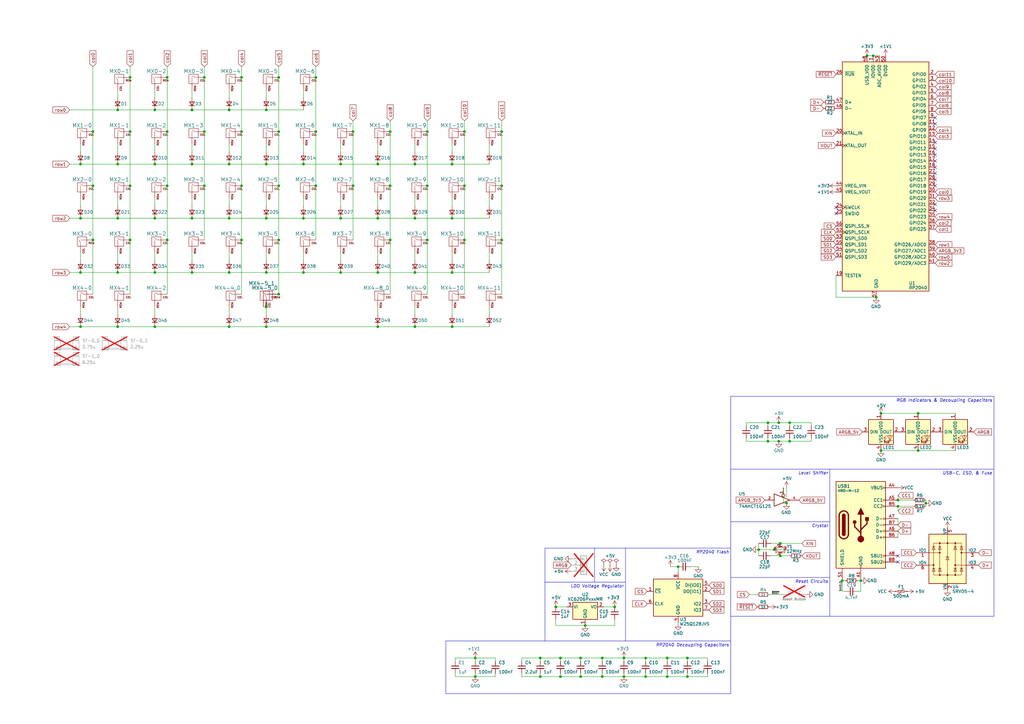
<source format=kicad_sch>
(kicad_sch (version 20221004) (generator eeschema)
  (paper "A3")
  (title_block (title "Memoria") (date "2023-01-02") (rev "2.0") (company "Designed by Shinkai Mayano - Original by Evan Sailer (Trashman)") (comment 1 "> Debug pins are omitted since the USB bootloader is baked into the ROM of the chip.") (comment 2 "> RP2040 MCU w/ 16MBs (128Mbs) of flash storage.") (comment 3 "> Jetvan & Minisub layouts w/ integrated RGB indicators.") (comment 4 "A hotswap drop-in PCB for the V4N4G0N family of keyboards."))
  (junction (at 109.22 133.985))
  (junction (at 53.34 76.2))
  (junction (at 114.3 76.2))
  (junction (at 160.02 98.425))
  (junction (at 78.74 45.085))
  (junction (at 185.42 111.76))
  (junction (at 154.94 111.76))
  (junction (at 99.06 98.425))
  (junction (at 38.1 53.975))
  (junction (at 114.3 98.425))
  (junction (at 273.685 277.495))
  (junction (at 38.1 76.2))
  (junction (at 33.02 89.535))
  (junction (at 93.98 89.535))
  (junction (at 78.74 67.31))
  (junction (at 48.26 67.31))
  (junction (at 358.14 22.86))
  (junction (at 93.98 67.31))
  (junction (at 281.94 277.495))
  (junction (at 240.03 256.54))
  (junction (at 190.5 53.975))
  (junction (at 255.905 269.875))
  (junction (at 355.6 22.86))
  (junction (at 229.87 269.875))
  (junction (at 53.34 98.425))
  (junction (at 144.78 53.975))
  (junction (at 368.3 207.645))
  (junction (at 53.34 53.975))
  (junction (at 160.02 76.2))
  (junction (at 314.96 173.355))
  (junction (at 53.34 31.75))
  (junction (at 175.26 98.425))
  (junction (at 129.54 76.2))
  (junction (at 185.42 133.985))
  (junction (at 114.3 53.975))
  (junction (at 99.06 76.2))
  (junction (at 247.015 269.875))
  (junction (at 129.54 53.975))
  (junction (at 252.095 248.92))
  (junction (at 68.58 76.2))
  (junction (at 48.26 133.985))
  (junction (at 229.87 277.495))
  (junction (at 170.18 89.535))
  (junction (at 194.945 269.875))
  (junction (at 154.94 133.985))
  (junction (at 322.58 206.375))
  (junction (at 317.5 225.425))
  (junction (at 376.555 169.545))
  (junction (at 379.73 206.375))
  (junction (at 376.555 184.785))
  (junction (at 63.5 45.085))
  (junction (at 83.82 76.2))
  (junction (at 63.5 111.76))
  (junction (at 68.58 98.425))
  (junction (at 114.3 120.65))
  (junction (at 124.46 67.31))
  (junction (at 281.94 269.875))
  (junction (at 139.7 89.535))
  (junction (at 38.1 98.425))
  (junction (at 78.74 89.535))
  (junction (at 48.26 111.76))
  (junction (at 264.795 269.875))
  (junction (at 278.13 232.41))
  (junction (at 83.82 53.975))
  (junction (at 323.85 173.355))
  (junction (at 33.02 67.31))
  (junction (at 273.685 269.875))
  (junction (at 175.26 76.2))
  (junction (at 99.06 53.975))
  (junction (at 368.3 205.105))
  (junction (at 194.945 277.495))
  (junction (at 311.15 225.425))
  (junction (at 114.3 31.75))
  (junction (at 247.015 277.495))
  (junction (at 264.795 277.495))
  (junction (at 359.41 121.92))
  (junction (at 353.06 238.125))
  (junction (at 78.74 111.76))
  (junction (at 33.02 111.76))
  (junction (at 319.405 173.355))
  (junction (at 170.18 67.31))
  (junction (at 154.94 89.535))
  (junction (at 205.74 53.975))
  (junction (at 185.42 67.31))
  (junction (at 314.96 180.975))
  (junction (at 154.94 67.31))
  (junction (at 109.22 45.085))
  (junction (at 320.04 222.885))
  (junction (at 68.58 53.975))
  (junction (at 109.22 67.31))
  (junction (at 93.98 111.76))
  (junction (at 175.26 53.975))
  (junction (at 124.46 89.535))
  (junction (at 63.5 133.985))
  (junction (at 124.46 111.76))
  (junction (at 320.04 227.965))
  (junction (at 238.125 277.495))
  (junction (at 68.58 31.75))
  (junction (at 83.82 31.75))
  (junction (at 221.615 269.875))
  (junction (at 205.74 98.425))
  (junction (at 323.85 180.975))
  (junction (at 345.44 238.125))
  (junction (at 221.615 277.495))
  (junction (at 48.26 45.085))
  (junction (at 361.315 184.785))
  (junction (at 129.54 31.75))
  (junction (at 227.965 248.92))
  (junction (at 190.5 98.425))
  (junction (at 185.42 89.535))
  (junction (at 139.7 67.31))
  (junction (at 109.22 111.76))
  (junction (at 33.02 133.985))
  (junction (at 144.78 76.2))
  (junction (at 63.5 89.535))
  (junction (at 205.74 76.2))
  (junction (at 48.26 89.535))
  (junction (at 160.02 53.975))
  (junction (at 109.22 125.73))
  (junction (at 93.98 133.985))
  (junction (at 99.06 31.75))
  (junction (at 319.405 180.975))
  (junction (at 93.98 45.085))
  (junction (at 109.22 89.535))
  (junction (at 361.315 169.545))
  (junction (at 255.905 277.495))
  (junction (at 238.125 269.875))
  (junction (at 63.5 67.31))
  (junction (at 170.18 133.985))
  (junction (at 190.5 76.2))
  (junction (at 139.7 111.76))
  (junction (at 170.18 111.76))
  (no_connect (at 383.54 68.58))
  (no_connect (at 383.54 71.12))
  (no_connect (at 383.54 73.66))
  (no_connect (at 383.54 76.2))
  (no_connect (at 368.3 230.505))
  (no_connect (at 383.54 86.36))
  (no_connect (at 383.54 58.42))
  (no_connect (at 342.9 87.63))
  (no_connect (at 383.54 66.04))
  (no_connect (at 342.9 85.09))
  (no_connect (at 383.54 48.26))
  (no_connect (at 383.54 60.96))
  (no_connect (at 383.54 83.82))
  (no_connect (at 368.3 227.965))
  (no_connect (at 383.54 50.8))
  (no_connect (at 383.54 63.5))
  (wire (pts (xy 314.96 173.355) (xy 319.405 173.355)))
  (wire (pts (xy 139.7 103.505) (xy 139.7 106.68)))
  (wire (pts (xy 185.42 67.31) (xy 200.66 67.31)))
  (wire (pts (xy 314.96 180.975) (xy 319.405 180.975)))
  (wire (pts (xy 205.74 98.425) (xy 205.74 120.65)))
  (wire (pts (xy 33.02 103.505) (xy 33.02 106.68)))
  (wire (pts (xy 342.9 113.03) (xy 342.9 121.92)))
  (wire (pts (xy 186.69 277.495) (xy 194.945 277.495)))
  (wire (pts (xy 28.575 45.085) (xy 48.26 45.085)))
  (wire (pts (xy 170.18 125.73) (xy 170.18 128.905)))
  (wire (pts (xy 48.26 45.085) (xy 63.5 45.085)))
  (wire (pts (xy 185.42 81.28) (xy 185.42 84.455)))
  (wire (pts (xy 109.22 81.28) (xy 109.22 84.455)))
  (wire (pts (xy 185.42 125.73) (xy 185.42 128.905)))
  (wire (pts (xy 323.85 179.705) (xy 323.85 180.975)))
  (wire (pts (xy 190.5 76.2) (xy 190.5 98.425)))
  (wire (pts (xy 144.78 76.2) (xy 144.78 98.425)))
  (polyline (pts (xy 299.72 162.56) (xy 407.67 162.56)))
  (wire (pts (xy 278.13 255.27) (xy 278.13 255.905)))
  (wire (pts (xy 124.46 36.83) (xy 124.46 40.005)))
  (wire (pts (xy 33.02 67.31) (xy 48.26 67.31)))
  (wire (pts (xy 38.1 53.975) (xy 38.1 76.2)))
  (wire (pts (xy 321.31 206.375) (xy 321.31 200.025)))
  (wire (pts (xy 48.26 133.985) (xy 63.5 133.985)))
  (wire (pts (xy 281.94 277.495) (xy 290.195 277.495)))
  (wire (pts (xy 221.615 276.225) (xy 221.615 277.495)))
  (wire (pts (xy 227.965 248.92) (xy 232.41 248.92)))
  (wire (pts (xy 33.02 133.985) (xy 48.26 133.985)))
  (wire (pts (xy 124.46 89.535) (xy 139.7 89.535)))
  (wire (pts (xy 229.87 277.495) (xy 238.125 277.495)))
  (wire (pts (xy 93.98 45.085) (xy 109.22 45.085)))
  (wire (pts (xy 175.26 98.425) (xy 175.26 120.65)))
  (wire (pts (xy 205.74 76.2) (xy 205.74 98.425)))
  (wire (pts (xy 353.06 238.125) (xy 353.06 242.57)))
  (wire (pts (xy 83.82 76.2) (xy 83.82 98.425)))
  (wire (pts (xy 48.26 103.505) (xy 48.26 106.68)))
  (wire (pts (xy 200.66 81.28) (xy 200.66 84.455)))
  (polyline (pts (xy 299.72 213.995) (xy 340.36 213.995)) (stroke (width 0) (type solid)))
  (wire (pts (xy 186.69 277.495) (xy 186.69 276.225)))
  (wire (pts (xy 185.42 111.76) (xy 200.66 111.76)))
  (wire (pts (xy 129.54 27.305) (xy 129.54 31.75)))
  (wire (pts (xy 273.685 269.875) (xy 281.94 269.875)))
  (wire (pts (xy 238.125 276.225) (xy 238.125 277.495)))
  (wire (pts (xy 114.3 76.2) (xy 114.3 98.425)))
  (wire (pts (xy 323.85 180.975) (xy 332.74 180.975)))
  (wire (pts (xy 68.58 53.975) (xy 68.58 76.2)))
  (wire (pts (xy 264.795 277.495) (xy 273.685 277.495)))
  (wire (pts (xy 93.98 133.985) (xy 109.22 133.985)))
  (wire (pts (xy 332.74 173.355) (xy 332.74 174.625)))
  (wire (pts (xy 361.315 184.785) (xy 376.555 184.785)))
  (wire (pts (xy 63.5 67.31) (xy 78.74 67.31)))
  (polyline (pts (xy 223.52 238.76) (xy 256.54 238.76)) (stroke (width 0) (type solid)))
  (wire (pts (xy 48.26 111.76) (xy 63.5 111.76)))
  (wire (pts (xy 93.98 103.505) (xy 93.98 106.68)))
  (wire (pts (xy 240.03 256.54) (xy 227.965 256.54)))
  (wire (pts (xy 273.685 269.875) (xy 273.685 271.145)))
  (wire (pts (xy 319.405 180.975) (xy 323.85 180.975)))
  (wire (pts (xy 247.65 248.92) (xy 252.095 248.92)))
  (wire (pts (xy 238.125 269.875) (xy 238.125 271.145)))
  (wire (pts (xy 190.5 98.425) (xy 190.5 120.65)))
  (wire (pts (xy 227.965 256.54) (xy 227.965 254)))
  (wire (pts (xy 124.46 111.76) (xy 139.7 111.76)))
  (wire (pts (xy 93.98 125.73) (xy 93.98 128.905)))
  (polyline (pts (xy 299.72 225.425) (xy 299.72 262.89)) (stroke (width 0) (type solid)))
  (wire (pts (xy 283.21 232.41) (xy 286.385 232.41)))
  (polyline (pts (xy 340.36 192.405) (xy 299.72 192.405)))
  (wire (pts (xy 247.015 276.225) (xy 247.015 277.495)))
  (wire (pts (xy 114.3 27.305) (xy 114.3 31.75)))
  (wire (pts (xy 63.5 81.28) (xy 63.5 84.455)))
  (wire (pts (xy 229.87 269.875) (xy 238.125 269.875)))
  (wire (pts (xy 139.7 89.535) (xy 154.94 89.535)))
  (wire (pts (xy 281.94 269.875) (xy 281.94 271.145)))
  (wire (pts (xy 351.79 242.57) (xy 353.06 242.57)))
  (wire (pts (xy 48.26 81.28) (xy 48.26 84.455)))
  (wire (pts (xy 229.87 269.875) (xy 229.87 271.145)))
  (wire (pts (xy 78.74 81.28) (xy 78.74 84.455)))
  (wire (pts (xy 342.9 121.92) (xy 359.41 121.92)))
  (wire (pts (xy 114.3 53.975) (xy 114.3 76.2)))
  (wire (pts (xy 319.405 173.355) (xy 323.85 173.355)))
  (wire (pts (xy 200.66 103.505) (xy 200.66 106.68)))
  (wire (pts (xy 194.945 277.495) (xy 203.2 277.495)))
  (polyline (pts (xy 182.88 284.48) (xy 299.72 284.48)) (stroke (width 0) (type solid)))
  (wire (pts (xy 255.905 269.875) (xy 264.795 269.875)))
  (wire (pts (xy 139.7 67.31) (xy 154.94 67.31)))
  (wire (pts (xy 290.195 277.495) (xy 290.195 276.225)))
  (wire (pts (xy 68.58 31.75) (xy 68.58 53.975)))
  (wire (pts (xy 316.23 222.885) (xy 320.04 222.885)))
  (wire (pts (xy 311.15 227.965) (xy 311.15 225.425)))
  (wire (pts (xy 175.26 76.2) (xy 175.26 98.425)))
  (wire (pts (xy 194.945 276.225) (xy 194.945 277.495)))
  (wire (pts (xy 99.06 31.75) (xy 99.06 53.975)))
  (wire (pts (xy 358.14 22.86) (xy 360.68 22.86)))
  (wire (pts (xy 93.98 36.83) (xy 93.98 40.005)))
  (wire (pts (xy 28.575 89.535) (xy 33.02 89.535)))
  (wire (pts (xy 274.955 232.41) (xy 278.13 232.41)))
  (wire (pts (xy 170.18 133.985) (xy 185.42 133.985)))
  (polyline (pts (xy 299.72 236.855) (xy 340.36 236.855)) (stroke (width 0) (type solid)))
  (wire (pts (xy 345.44 238.125) (xy 346.71 238.125)))
  (wire (pts (xy 278.13 234.95) (xy 278.13 232.41)))
  (polyline (pts (xy 182.88 262.89) (xy 299.72 262.89)) (stroke (width 0) (type solid)))
  (wire (pts (xy 203.2 269.875) (xy 203.2 271.145)))
  (wire (pts (xy 113.03 120.65) (xy 114.3 120.65)))
  (wire (pts (xy 48.26 89.535) (xy 63.5 89.535)))
  (wire (pts (xy 322.58 206.375) (xy 321.31 206.375)))
  (wire (pts (xy 139.7 111.76) (xy 154.94 111.76)))
  (wire (pts (xy 63.5 103.505) (xy 63.5 106.68)))
  (wire (pts (xy 170.18 111.76) (xy 185.42 111.76)))
  (wire (pts (xy 99.06 53.975) (xy 99.06 76.2)))
  (wire (pts (xy 53.34 98.425) (xy 53.34 120.65)))
  (polyline (pts (xy 407.67 192.405) (xy 407.67 252.73)) (stroke (width 0) (type solid)))
  (wire (pts (xy 323.85 173.355) (xy 323.85 174.625)))
  (wire (pts (xy 290.195 269.875) (xy 290.195 271.145)))
  (wire (pts (xy 109.22 59.055) (xy 109.22 62.23)))
  (wire (pts (xy 48.26 59.055) (xy 48.26 62.23)))
  (wire (pts (xy 48.26 125.73) (xy 48.26 128.905)))
  (wire (pts (xy 368.3 207.645) (xy 368.3 209.55)))
  (wire (pts (xy 53.34 76.2) (xy 53.34 98.425)))
  (wire (pts (xy 114.3 98.425) (xy 114.3 120.65)))
  (wire (pts (xy 33.02 125.73) (xy 33.02 128.905)))
  (wire (pts (xy 320.04 222.885) (xy 328.93 222.885)))
  (wire (pts (xy 78.74 89.535) (xy 93.98 89.535)))
  (wire (pts (xy 83.82 53.975) (xy 83.82 76.2)))
  (wire (pts (xy 252.095 256.54) (xy 252.095 254)))
  (wire (pts (xy 311.15 225.425) (xy 311.15 222.885)))
  (wire (pts (xy 170.18 67.31) (xy 185.42 67.31)))
  (wire (pts (xy 144.78 53.975) (xy 144.78 76.2)))
  (wire (pts (xy 63.5 89.535) (xy 78.74 89.535)))
  (wire (pts (xy 63.5 45.085) (xy 78.74 45.085)))
  (wire (pts (xy 129.54 53.975) (xy 129.54 76.2)))
  (wire (pts (xy 186.69 271.145) (xy 186.69 269.875)))
  (wire (pts (xy 170.18 89.535) (xy 185.42 89.535)))
  (wire (pts (xy 281.94 277.495) (xy 281.94 276.225)))
  (wire (pts (xy 314.96 173.355) (xy 314.96 174.625)))
  (wire (pts (xy 255.905 276.225) (xy 255.905 277.495)))
  (wire (pts (xy 175.26 53.975) (xy 175.26 76.2)))
  (wire (pts (xy 78.74 59.055) (xy 78.74 62.23)))
  (wire (pts (xy 221.615 277.495) (xy 229.87 277.495)))
  (wire (pts (xy 154.94 89.535) (xy 170.18 89.535)))
  (wire (pts (xy 93.98 59.055) (xy 93.98 62.23)))
  (polyline (pts (xy 299.72 225.425) (xy 299.72 213.995)) (stroke (width 0) (type solid)))
  (wire (pts (xy 213.995 271.145) (xy 213.995 269.875)))
  (wire (pts (xy 38.1 27.305) (xy 38.1 53.975)))
  (wire (pts (xy 186.69 269.875) (xy 194.945 269.875)))
  (wire (pts (xy 203.2 277.495) (xy 203.2 276.225)))
  (wire (pts (xy 368.3 203.2) (xy 368.3 205.105)))
  (wire (pts (xy 379.73 206.375) (xy 379.73 207.645)))
  (wire (pts (xy 28.575 133.985) (xy 33.02 133.985)))
  (wire (pts (xy 255.905 269.875) (xy 255.905 271.145)))
  (wire (pts (xy 190.5 49.53) (xy 190.5 53.975)))
  (polyline (pts (xy 223.52 224.79) (xy 223.52 238.76)) (stroke (width 0) (type solid)))
  (wire (pts (xy 185.42 133.985) (xy 200.66 133.985)))
  (wire (pts (xy 109.22 89.535) (xy 124.46 89.535)))
  (wire (pts (xy 124.46 103.505) (xy 124.46 106.68)))
  (wire (pts (xy 200.66 59.055) (xy 200.66 62.23)))
  (wire (pts (xy 28.575 111.76) (xy 33.02 111.76)))
  (wire (pts (xy 83.82 31.75) (xy 83.82 53.975)))
  (wire (pts (xy 78.74 45.085) (xy 93.98 45.085)))
  (wire (pts (xy 376.555 169.545) (xy 391.795 169.545)))
  (wire (pts (xy 205.74 53.975) (xy 205.74 76.2)))
  (wire (pts (xy 139.7 81.28) (xy 139.7 84.455)))
  (wire (pts (xy 368.3 217.805) (xy 368.3 220.345)))
  (wire (pts (xy 160.02 98.425) (xy 160.02 120.65)))
  (wire (pts (xy 109.22 45.085) (xy 124.46 45.085)))
  (wire (pts (xy 247.015 277.495) (xy 255.905 277.495)))
  (wire (pts (xy 320.04 227.965) (xy 323.85 227.965)))
  (wire (pts (xy 107.95 125.73) (xy 109.22 125.73)))
  (wire (pts (xy 154.94 133.985) (xy 170.18 133.985)))
  (wire (pts (xy 190.5 53.975) (xy 190.5 76.2)))
  (wire (pts (xy 63.5 125.73) (xy 63.5 128.905)))
  (wire (pts (xy 78.74 103.505) (xy 78.74 106.68)))
  (wire (pts (xy 93.98 89.535) (xy 109.22 89.535)))
  (polyline (pts (xy 182.88 284.48) (xy 182.88 262.89)) (stroke (width 0) (type solid)))
  (wire (pts (xy 240.03 256.54) (xy 252.095 256.54)))
  (wire (pts (xy 306.07 179.705) (xy 306.07 180.975)))
  (wire (pts (xy 345.44 242.57) (xy 346.71 242.57)))
  (wire (pts (xy 264.795 269.875) (xy 264.795 271.145)))
  (wire (pts (xy 323.85 173.355) (xy 332.74 173.355)))
  (wire (pts (xy 221.615 269.875) (xy 229.87 269.875)))
  (wire (pts (xy 154.94 81.28) (xy 154.94 84.455)))
  (wire (pts (xy 33.02 89.535) (xy 48.26 89.535)))
  (wire (pts (xy 273.685 277.495) (xy 281.94 277.495)))
  (wire (pts (xy 63.5 36.83) (xy 63.5 40.005)))
  (wire (pts (xy 213.995 276.225) (xy 213.995 277.495)))
  (wire (pts (xy 221.615 269.875) (xy 221.615 271.145)))
  (wire (pts (xy 109.22 103.505) (xy 109.22 106.68)))
  (wire (pts (xy 28.575 67.31) (xy 33.02 67.31)))
  (polyline (pts (xy 407.67 252.73) (xy 340.36 252.73)) (stroke (width 0) (type solid)))
  (wire (pts (xy 238.125 269.875) (xy 247.015 269.875)))
  (wire (pts (xy 273.685 276.225) (xy 273.685 277.495)))
  (wire (pts (xy 109.22 67.31) (xy 124.46 67.31)))
  (wire (pts (xy 78.74 67.31) (xy 93.98 67.31)))
  (polyline (pts (xy 299.72 224.79) (xy 256.54 224.79)) (stroke (width 0) (type solid)))
  (wire (pts (xy 109.22 125.73) (xy 109.22 128.905)))
  (wire (pts (xy 376.555 184.785) (xy 391.795 184.785)))
  (wire (pts (xy 307.34 243.84) (xy 310.515 243.84)))
  (wire (pts (xy 316.23 227.965) (xy 320.04 227.965)))
  (wire (pts (xy 48.26 36.83) (xy 48.26 40.005)))
  (wire (pts (xy 154.94 59.055) (xy 154.94 62.23)))
  (wire (pts (xy 194.945 269.875) (xy 203.2 269.875)))
  (polyline (pts (xy 256.54 224.79) (xy 243.84 224.79)) (stroke (width 0) (type solid)))
  (wire (pts (xy 379.73 205.105) (xy 379.73 206.375)))
  (polyline (pts (xy 340.36 192.405) (xy 340.36 252.73)) (stroke (width 0) (type solid)))
  (wire (pts (xy 53.34 53.975) (xy 53.34 76.2)))
  (polyline (pts (xy 299.72 192.405) (xy 299.72 213.995)))
  (wire (pts (xy 63.5 111.76) (xy 78.74 111.76)))
  (wire (pts (xy 33.02 111.76) (xy 48.26 111.76)))
  (wire (pts (xy 114.3 31.75) (xy 114.3 53.975)))
  (wire (pts (xy 63.5 59.055) (xy 63.5 62.23)))
  (wire (pts (xy 38.1 98.425) (xy 38.1 120.65)))
  (wire (pts (xy 306.07 173.355) (xy 306.07 174.625)))
  (wire (pts (xy 160.02 53.975) (xy 160.02 76.2)))
  (polyline (pts (xy 256.54 224.79) (xy 256.54 262.89)) (stroke (width 0) (type solid)))
  (wire (pts (xy 213.995 277.495) (xy 221.615 277.495)))
  (wire (pts (xy 78.74 36.83) (xy 78.74 40.005)))
  (wire (pts (xy 93.98 81.28) (xy 93.98 84.455)))
  (wire (pts (xy 194.945 269.875) (xy 194.945 271.145)))
  (wire (pts (xy 255.905 277.495) (xy 264.795 277.495)))
  (wire (pts (xy 68.58 76.2) (xy 68.58 98.425)))
  (wire (pts (xy 154.94 103.505) (xy 154.94 106.68)))
  (wire (pts (xy 93.98 111.76) (xy 109.22 111.76)))
  (wire (pts (xy 332.74 179.705) (xy 332.74 180.975)))
  (wire (pts (xy 361.315 169.545) (xy 376.555 169.545)))
  (wire (pts (xy 355.6 22.86) (xy 358.14 22.86)))
  (wire (pts (xy 185.42 89.535) (xy 200.66 89.535)))
  (wire (pts (xy 205.74 49.53) (xy 205.74 53.975)))
  (wire (pts (xy 213.995 269.875) (xy 221.615 269.875)))
  (wire (pts (xy 314.96 179.705) (xy 314.96 180.975)))
  (polyline (pts (xy 223.52 238.76) (xy 223.52 262.89)) (stroke (width 0) (type solid)))
  (wire (pts (xy 109.22 111.76) (xy 124.46 111.76)))
  (polyline (pts (xy 299.72 192.405) (xy 299.72 162.56)))
  (wire (pts (xy 38.1 76.2) (xy 38.1 98.425)))
  (wire (pts (xy 99.06 76.2) (xy 99.06 98.425)))
  (wire (pts (xy 247.015 269.875) (xy 255.905 269.875)))
  (wire (pts (xy 306.07 180.975) (xy 314.96 180.975)))
  (wire (pts (xy 200.66 125.73) (xy 200.66 128.905)))
  (wire (pts (xy 368.3 205.105) (xy 374.65 205.105)))
  (wire (pts (xy 129.54 76.2) (xy 129.54 98.425)))
  (wire (pts (xy 48.26 67.31) (xy 63.5 67.31)))
  (polyline (pts (xy 243.84 224.79) (xy 243.84 238.76)) (stroke (width 0) (type solid)))
  (wire (pts (xy 238.125 277.495) (xy 247.015 277.495)))
  (wire (pts (xy 78.74 111.76) (xy 93.98 111.76)))
  (polyline (pts (xy 299.72 262.89) (xy 299.72 284.48)) (stroke (width 0) (type solid)))
  (wire (pts (xy 322.58 200.025) (xy 322.58 203.835)))
  (wire (pts (xy 311.15 225.425) (xy 317.5 225.425)))
  (polyline (pts (xy 299.72 252.73) (xy 340.36 252.73)) (stroke (width 0) (type solid)))
  (wire (pts (xy 185.42 59.055) (xy 185.42 62.23)))
  (wire (pts (xy 320.675 243.84) (xy 315.595 243.84)))
  (wire (pts (xy 109.22 36.83) (xy 109.22 40.005)))
  (wire (pts (xy 99.06 98.425) (xy 99.06 120.65)))
  (wire (pts (xy 351.79 238.125) (xy 353.06 238.125)))
  (wire (pts (xy 154.94 111.76) (xy 170.18 111.76)))
  (wire (pts (xy 68.58 98.425) (xy 68.58 120.65)))
  (wire (pts (xy 264.795 269.875) (xy 273.685 269.875)))
  (wire (pts (xy 175.26 49.53) (xy 175.26 53.975)))
  (wire (pts (xy 368.3 212.725) (xy 368.3 215.265)))
  (wire (pts (xy 154.94 125.73) (xy 154.94 128.905)))
  (wire (pts (xy 83.82 27.305) (xy 83.82 31.75)))
  (wire (pts (xy 139.7 59.055) (xy 139.7 62.23)))
  (wire (pts (xy 160.02 49.53) (xy 160.02 53.975)))
  (wire (pts (xy 68.58 27.305) (xy 68.58 31.75)))
  (wire (pts (xy 93.98 67.31) (xy 109.22 67.31)))
  (wire (pts (xy 124.46 59.055) (xy 124.46 62.23)))
  (wire (pts (xy 144.78 49.53) (xy 144.78 53.975)))
  (wire (pts (xy 247.015 269.875) (xy 247.015 271.145)))
  (wire (pts (xy 53.34 27.305) (xy 53.34 31.75)))
  (wire (pts (xy 368.3 207.645) (xy 374.65 207.645)))
  (wire (pts (xy 33.02 81.28) (xy 33.02 84.455)))
  (wire (pts (xy 109.22 133.985) (xy 154.94 133.985)))
  (wire (pts (xy 33.02 59.055) (xy 33.02 62.23)))
  (wire (pts (xy 170.18 59.055) (xy 170.18 62.23)))
  (wire (pts (xy 124.46 67.31) (xy 139.7 67.31)))
  (wire (pts (xy 281.94 269.875) (xy 290.195 269.875)))
  (wire (pts (xy 317.5 225.425) (xy 322.58 225.425)))
  (wire (pts (xy 53.34 31.75) (xy 53.34 53.975)))
  (wire (pts (xy 124.46 81.28) (xy 124.46 84.455)))
  (wire (pts (xy 160.02 76.2) (xy 160.02 98.425)))
  (wire (pts (xy 154.94 67.31) (xy 170.18 67.31)))
  (wire (pts (xy 170.18 103.505) (xy 170.18 106.68)))
  (wire (pts (xy 229.87 276.225) (xy 229.87 277.495)))
  (wire (pts (xy 185.42 103.505) (xy 185.42 106.68)))
  (wire (pts (xy 306.07 173.355) (xy 314.96 173.355)))
  (wire (pts (xy 345.44 238.125) (xy 345.44 242.57)))
  (polyline (pts (xy 243.84 224.79) (xy 223.52 224.79)) (stroke (width 0) (type solid)))
  (wire (pts (xy 129.54 31.75) (xy 129.54 53.975)))
  (wire (pts (xy 99.06 27.305) (xy 99.06 31.75)))
  (polyline (pts (xy 407.67 162.56) (xy 407.67 192.405)))
  (wire (pts (xy 63.5 133.985) (xy 93.98 133.985)))
  (wire (pts (xy 264.795 276.225) (xy 264.795 277.495)))
  (wire (pts (xy 170.18 81.28) (xy 170.18 84.455)))
  (polyline (pts (xy 340.36 192.405) (xy 407.67 192.405)) (stroke (width 0) (type solid)))
  (text "Reset Circuits" (at 339.725 239.395 0) (effects (font (size 1.27 1.27) italic) (justify right bottom)))
  (text "USB-C, ESD, & Fuse" (at 407.035 194.945 0) (effects (font (size 1.27 1.27) italic) (justify right bottom)))
  (text "Crystal" (at 339.725 216.535 0) (effects (font (size 1.27 1.27) italic) (justify right bottom)))
  (text "RGB Indicators & Decoupling Capacitors" (at 407.035 165.1 0) (effects (font (size 1.27 1.27) italic) (justify right bottom)))
  (text "RP2040 Decoupling Capacitors" (at 299.085 265.43 0) (effects (font (size 1.27 1.27) italic) (justify right bottom)))
  (text "Level Shifter" (at 339.725 194.945 0) (effects (font (size 1.27 1.27) italic) (justify right bottom)))
  (text "RP2040 Flash" (at 299.085 227.33 0) (effects (font (size 1.27 1.27) italic) (justify right bottom)))
  (text "LDO Voltage Regulator" (at 255.905 241.3 0) (effects (font (size 1.27 1.27) italic) (justify right bottom)))
  (label "SHIELD" (at 345.44 242.57 90) (effects (font (size 0.8 0.8))))
  (label "~{BOOT}" (at 316.484 243.84 0) (effects (font (size 0.8 0.8))))
  (global_label "col10" (shape input) (at 190.5 49.53 90) (property "Intersheet References" "${INTERSHEET_REFS}" (effects hide)))
  (global_label "col3" (shape input) (at 383.54 55.88 0) (property "Intersheet References" "${INTERSHEET_REFS}" (effects hide)))
  (global_label "~{RESET}" (shape input) (at 310.515 248.92 180) (property "Intersheet References" "${INTERSHEET_REFS}" (effects hide)))
  (global_label "D+" (shape input) (at 337.82 41.91 180) (property "Intersheet References" "${INTERSHEET_REFS}" (effects hide)))
  (global_label "ARGB" (shape input) (at 234.315 231.775 180) (property "Intersheetrefs" "${INTERSHEET_REFS}" (effects hide)))
  (global_label "SD0" (shape input) (at 290.83 240.03 0) (property "Intersheet References" "${INTERSHEET_REFS}" (effects hide)))
  (global_label "SD3" (shape input) (at 342.9 105.41 180) (property "Intersheet References" "${INTERSHEET_REFS}" (effects hide)))
  (global_label "ARGB" (shape input) (at 399.415 177.165 0) (property "Intersheetrefs" "${INTERSHEET_REFS}" (effects hide)))
  (global_label "row4" (shape input) (at 383.54 88.9 0) (property "Intersheet References" "${INTERSHEET_REFS}" (effects hide)))
  (global_label "CS" (shape input) (at 307.34 243.84 180) (property "Intersheet References" "${INTERSHEET_REFS}" (effects hide)))
  (global_label "row0" (shape input) (at 28.575 45.085 180) (property "Intersheet References" "${INTERSHEET_REFS}" (effects hide)))
  (global_label "XIN" (shape input) (at 328.93 222.885 0) (property "Intersheet References" "${INTERSHEET_REFS}" (effects hide)))
  (global_label "row3" (shape input) (at 28.575 111.76 180) (property "Intersheet References" "${INTERSHEET_REFS}" (effects hide)))
  (global_label "D-" (shape input) (at 337.82 44.45 180) (property "Intersheet References" "${INTERSHEET_REFS}" (effects hide)))
  (global_label "col8" (shape input) (at 383.54 38.1 0) (property "Intersheet References" "${INTERSHEET_REFS}" (effects hide)))
  (global_label "col5" (shape input) (at 383.54 45.72 0) (property "Intersheet References" "${INTERSHEET_REFS}" (effects hide)))
  (global_label "col3" (shape input) (at 83.82 27.305 90) (property "Intersheet References" "${INTERSHEET_REFS}" (effects hide)))
  (global_label "SD0" (shape input) (at 342.9 97.79 180) (property "Intersheet References" "${INTERSHEET_REFS}" (effects hide)))
  (global_label "row1" (shape input) (at 28.575 67.31 180) (property "Intersheet References" "${INTERSHEET_REFS}" (effects hide)))
  (global_label "col2" (shape input) (at 383.54 91.44 0) (property "Intersheet References" "${INTERSHEET_REFS}" (effects hide)))
  (global_label "D+" (shape input) (at 401.32 231.775 0) (property "Intersheet References" "${INTERSHEET_REFS}" (effects hide)))
  (global_label "CC1" (shape input) (at 368.3 203.2 0) (property "Intersheetrefs" "${INTERSHEET_REFS}" (effects hide)))
  (global_label "col4" (shape input) (at 383.54 53.34 0) (property "Intersheet References" "${INTERSHEET_REFS}" (effects hide)))
  (global_label "CLK" (shape input) (at 342.9 95.25 180) (property "Intersheet References" "${INTERSHEET_REFS}" (effects hide)))
  (global_label "col5" (shape input) (at 114.3 27.305 90) (property "Intersheet References" "${INTERSHEET_REFS}" (effects hide)))
  (global_label "D+" (shape input) (at 368.3 217.805 0) (property "Intersheet References" "${INTERSHEET_REFS}" (effects hide)))
  (global_label "col9" (shape input) (at 383.54 35.56 0) (property "Intersheet References" "${INTERSHEET_REFS}" (effects hide)))
  (global_label "XOUT" (shape input) (at 328.93 227.965 0) (property "Intersheet References" "${INTERSHEET_REFS}" (effects hide)))
  (global_label "col0" (shape input) (at 38.1 27.305 90) (property "Intersheet References" "${INTERSHEET_REFS}" (effects hide)))
  (global_label "col6" (shape input) (at 383.54 43.18 0) (property "Intersheet References" "${INTERSHEET_REFS}" (effects hide)))
  (global_label "SD3" (shape input) (at 290.83 250.19 0) (property "Intersheet References" "${INTERSHEET_REFS}" (effects hide)))
  (global_label "SD1" (shape input) (at 290.83 242.57 0) (property "Intersheet References" "${INTERSHEET_REFS}" (effects hide)))
  (global_label "SD1" (shape input) (at 342.9 100.33 180) (property "Intersheet References" "${INTERSHEET_REFS}" (effects hide)))
  (global_label "col7" (shape input) (at 383.54 40.64 0) (property "Intersheet References" "${INTERSHEET_REFS}" (effects hide)))
  (global_label "CC1" (shape input) (at 375.92 226.695 180) (property "Intersheetrefs" "${INTERSHEET_REFS}" (effects hide)))
  (global_label "col4" (shape input) (at 99.06 27.305 90) (property "Intersheet References" "${INTERSHEET_REFS}" (effects hide)))
  (global_label "XIN" (shape input) (at 342.9 54.61 180) (property "Intersheet References" "${INTERSHEET_REFS}" (effects hide)))
  (global_label "~{RESET}" (shape input) (at 342.9 30.48 180) (property "Intersheet References" "${INTERSHEET_REFS}" (effects hide)))
  (global_label "col9" (shape input) (at 175.26 49.53 90) (property "Intersheet References" "${INTERSHEET_REFS}" (effects hide)))
  (global_label "row1" (shape input) (at 383.54 100.33 0) (property "Intersheet References" "${INTERSHEET_REFS}" (effects hide)))
  (global_label "col7" (shape input) (at 144.78 49.53 90) (property "Intersheet References" "${INTERSHEET_REFS}" (effects hide)))
  (global_label "row2" (shape input) (at 28.575 89.535 180) (property "Intersheet References" "${INTERSHEET_REFS}" (effects hide)))
  (global_label "col1" (shape input) (at 383.54 93.98 0) (property "Intersheet References" "${INTERSHEET_REFS}" (effects hide)))
  (global_label "col11" (shape input) (at 383.54 30.48 0) (property "Intersheet References" "${INTERSHEET_REFS}" (effects hide)))
  (global_label "ARGB_3V3" (shape input) (at 313.69 205.105 180) (property "Intersheet References" "${INTERSHEET_REFS}" (effects hide)))
  (global_label "row4" (shape input) (at 28.575 133.985 180) (property "Intersheet References" "${INTERSHEET_REFS}" (effects hide)))
  (global_label "col2" (shape input) (at 68.58 27.305 90) (property "Intersheet References" "${INTERSHEET_REFS}" (effects hide)))
  (global_label "ARGB_5V" (shape input) (at 327.66 205.105 0) (property "Intersheet References" "${INTERSHEET_REFS}" (effects hide)))
  (global_label "row3" (shape input) (at 383.54 81.28 0) (property "Intersheet References" "${INTERSHEET_REFS}" (effects hide)))
  (global_label "CS" (shape input) (at 342.9 92.71 180) (property "Intersheet References" "${INTERSHEET_REFS}" (effects hide)))
  (global_label "col8" (shape input) (at 160.02 49.53 90) (property "Intersheet References" "${INTERSHEET_REFS}" (effects hide)))
  (global_label "CC2" (shape input) (at 368.3 209.55 0) (property "Intersheetrefs" "${INTERSHEET_REFS}" (effects hide)))
  (global_label "SD2" (shape input) (at 342.9 102.87 180) (property "Intersheet References" "${INTERSHEET_REFS}" (effects hide)))
  (global_label "SD2" (shape input) (at 290.83 247.65 0) (property "Intersheet References" "${INTERSHEET_REFS}" (effects hide)))
  (global_label "D-" (shape input) (at 368.3 215.265 0) (property "Intersheet References" "${INTERSHEET_REFS}" (effects hide)))
  (global_label "CS" (shape input) (at 265.43 242.57 180) (property "Intersheet References" "${INTERSHEET_REFS}" (effects hide)))
  (global_label "row2" (shape input) (at 383.54 107.95 0) (property "Intersheet References" "${INTERSHEET_REFS}" (effects hide)))
  (global_label "col10" (shape input) (at 383.54 33.02 0) (property "Intersheet References" "${INTERSHEET_REFS}" (effects hide)))
  (global_label "CLK" (shape input) (at 265.43 247.65 180) (property "Intersheet References" "${INTERSHEET_REFS}" (effects hide)))
  (global_label "row0" (shape input) (at 383.54 105.41 0) (property "Intersheet References" "${INTERSHEET_REFS}" (effects hide)))
  (global_label "col1" (shape input) (at 53.34 27.305 90) (property "Intersheet References" "${INTERSHEET_REFS}" (effects hide)))
  (global_label "col11" (shape input) (at 205.74 49.53 90) (property "Intersheet References" "${INTERSHEET_REFS}" (effects hide)))
  (global_label "ARGB_5V" (shape input) (at 353.695 177.165 180) (property "Intersheet References" "${INTERSHEET_REFS}" (effects hide)))
  (global_label "col0" (shape input) (at 383.54 78.74 0) (property "Intersheet References" "${INTERSHEET_REFS}" (effects hide)))
  (global_label "col6" (shape input) (at 129.54 27.305 90) (property "Intersheet References" "${INTERSHEET_REFS}" (effects hide)))
  (global_label "CC2" (shape input) (at 375.92 231.775 180) (property "Intersheetrefs" "${INTERSHEET_REFS}" (effects hide)))
  (global_label "XOUT" (shape input) (at 342.9 59.69 180) (property "Intersheet References" "${INTERSHEET_REFS}" (effects hide)))
  (global_label "D-" (shape input) (at 401.32 226.695 0) (property "Intersheet References" "${INTERSHEET_REFS}" (effects hide)))
  (global_label "ARGB_3V3" (shape input) (at 383.54 102.87 0) (property "Intersheet References" "${INTERSHEET_REFS}" (effects hide)))
  (symbol (lib_id "power:GND") (at 278.13 255.905 0) (unit 1)
    (property "Reference" "#PWR017" (effects hide))
    (property "Value" "GND" (at 278.13 259.715 0))
  )
  (symbol (lib_id "Device:D_Small") (at 63.5 109.22 90) (unit 1)
    (property "Reference" "D34" (at 64.77 109.22 90) (effects (justify right)))
    (property "Value" "D_Small" (effects hide))
    (property "Footprint" "Diode_SMD:D_SOD-123" (effects hide))
  )
  (symbol (lib_id "Device:D_Small") (at 185.42 131.445 90) (unit 1)
    (property "Reference" "D51" (at 186.69 131.445 90) (effects (justify right)))
    (property "Value" "D_Small" (effects hide))
    (property "Footprint" "Diode_SMD:D_SOD-123" (effects hide))
  )
  (symbol (lib_id "power:+5V") (at 372.11 242.57 270) (unit 1)
    (property "Reference" "#PWR0105" (effects hide))
    (property "Value" "+5V" (at 377.19 242.57 90))
  )
  (symbol (lib_id "Device:D_Small") (at 154.94 131.445 90) (unit 1)
    (property "Reference" "D49" (at 156.21 131.445 90) (effects (justify right)))
    (property "Value" "D_Small" (effects hide))
    (property "Footprint" "Diode_SMD:D_SOD-123" (effects hide))
  )
  (symbol (lib_id "Device:Crystal_GND24_Small") (at 320.04 225.425 90) (unit 1)
    (property "Reference" "Y1" (at 323.85 224.155 90))
    (property "Value" "12MHz" (at 325.755 226.06 90))
    (property "Footprint" "Crystal:Crystal_SMD_3225-4Pin_3.2x2.5mm" (effects hide))
  )
  (symbol (lib_id "Device:D_Small") (at 170.18 64.77 90) (unit 1)
    (property "Reference" "D17" (at 171.45 64.77 90) (effects (justify right)))
    (property "Value" "D_Small" (effects hide))
    (property "Footprint" "Diode_SMD:D_SOD-123" (effects hide))
  )
  (symbol (lib_id "Connector_Generic:Conn_01x03") (at 239.395 231.775 0) (unit 1) (in_bom no) (dnp yes)
    (property "Reference" "J1" (effects hide))
    (property "Value" "ARGB" (effects hide))
    (property "Footprint" "Connector_PinHeader_1.27mm:PinHeader_1x03_P1.27mm_Vertical" (effects hide))
  )
  (symbol (lib_id "Device:C_Small") (at 203.2 273.685 0) (unit 1)
    (property "Reference" "C3" (at 204.47 271.78 0) (effects (justify left)))
    (property "Value" "100nF" (at 204.47 275.59 0) (effects (justify left)))
    (property "Footprint" "Capacitor_SMD:C_0402_1005Metric" (effects hide))
  )
  (symbol (lib_id "Shinkai_Library:MX_Switch") (at 171.45 121.92 0) (unit 1)
    (property "Reference" "MX4-9" (at 170.815 118.11 0) (effects (font (size 1.524 1.524))))
    (property "Footprint" "marbastlib-mx:SW_MX_HS_1u" (effects hide))
    (property "Datasheet" "https://cdn.sparkfun.com/datasheets/Components/Switches/MX%20Series.pdf" (effects hide))
  )
  (symbol (lib_id "power:GND") (at 252.73 231.775 0) (unit 1)
    (property "Reference" "#PWR09" (effects hide))
    (property "Value" "GND" (at 252.73 235.585 0))
  )
  (symbol (lib_id "Device:C_Small") (at 247.015 273.685 0) (unit 1)
    (property "Reference" "C8" (at 248.285 271.78 0) (effects (justify left)))
    (property "Value" "100nF" (at 248.285 275.59 0) (effects (justify left)))
    (property "Footprint" "Capacitor_SMD:C_0402_1005Metric" (effects hide))
  )
  (symbol (lib_id "power:GND") (at 379.73 206.375 90) (unit 1)
    (property "Reference" "#PWR0102" (effects hide))
    (property "Value" "GND" (at 382.27 206.375 90) (effects (justify right)))
  )
  (symbol (lib_id "Shinkai_Library:MX_Switch") (at 125.73 99.695 0) (unit 1)
    (property "Reference" "MX3-6" (at 125.095 95.885 0) (effects (font (size 1.524 1.524))))
    (property "Footprint" "marbastlib-mx:SW_MX_HS_1u" (effects hide))
    (property "Datasheet" "https://cdn.sparkfun.com/datasheets/Components/Switches/MX%20Series.pdf" (effects hide))
  )
  (symbol (lib_id "Device:D_Small") (at 93.98 86.995 90) (unit 1)
    (property "Reference" "D24" (at 95.25 86.995 90) (effects (justify right)))
    (property "Value" "D_Small" (effects hide))
    (property "Footprint" "Diode_SMD:D_SOD-123" (effects hide))
  )
  (symbol (lib_id "power:GND") (at 255.905 277.495 0) (unit 1)
    (property "Reference" "#PWR013" (effects hide))
    (property "Value" "GND" (at 255.905 281.305 0))
  )
  (symbol (lib_id "Device:D_Small") (at 154.94 109.22 90) (unit 1)
    (property "Reference" "D40" (at 156.21 109.22 90) (effects (justify right)))
    (property "Value" "D_Small" (effects hide))
    (property "Footprint" "Diode_SMD:D_SOD-123" (effects hide))
  )
  (symbol (lib_id "Shinkai_Library:MX_Switch") (at 49.53 33.02 90) (mirror x) (unit 1)
    (property "Reference" "MX0-1" (at 48.895 29.21 90) (effects (font (size 1.524 1.524))))
    (property "Footprint" "marbastlib-mx:SW_MX_HS_1u" (effects hide))
    (property "Datasheet" "https://cdn.sparkfun.com/datasheets/Components/Switches/MX%20Series.pdf" (effects hide))
  )
  (symbol (lib_id "Shinkai_Library:MX_Switch") (at 64.77 33.02 90) (mirror x) (unit 1)
    (property "Reference" "MX0-2" (at 64.135 29.21 90) (effects (font (size 1.524 1.524))))
    (property "Footprint" "marbastlib-mx:SW_MX_HS_1u" (effects hide))
    (property "Datasheet" "https://cdn.sparkfun.com/datasheets/Components/Switches/MX%20Series.pdf" (effects hide))
  )
  (symbol (lib_id "Shinkai_Library:MX_Switch") (at 171.45 99.695 0) (unit 1)
    (property "Reference" "MX3-9" (at 170.815 95.885 0) (effects (font (size 1.524 1.524))))
    (property "Footprint" "marbastlib-mx:SW_MX_HS_1u" (effects hide))
    (property "Datasheet" "https://cdn.sparkfun.com/datasheets/Components/Switches/MX%20Series.pdf" (effects hide))
  )
  (symbol (lib_id "power:GND") (at 361.315 184.785 0) (unit 1)
    (property "Reference" "#PWR02" (effects hide))
    (property "Value" "GND" (at 361.315 188.595 0))
  )
  (symbol (lib_id "Device:D_Small") (at 170.18 131.445 90) (unit 1)
    (property "Reference" "D50" (at 171.45 131.445 90) (effects (justify right)))
    (property "Value" "D_Small" (effects hide))
    (property "Footprint" "Diode_SMD:D_SOD-123" (effects hide))
  )
  (symbol (lib_id "Device:C_Small") (at 349.25 242.57 90) (unit 1)
    (property "Reference" "C19" (at 349.25 240.03 90))
    (property "Value" "4.7nF" (at 349.25 245.11 90))
    (property "Footprint" "Capacitor_SMD:C_0402_1005Metric" (effects hide))
  )
  (symbol (lib_id "Shinkai_Library:MX_Switch") (at 80.01 33.02 0) (unit 1)
    (property "Reference" "MX0-3" (at 79.375 29.21 0) (effects (font (size 1.524 1.524))))
    (property "Footprint" "marbastlib-mx:SW_MX_HS_1u" (effects hide))
    (property "Datasheet" "https://cdn.sparkfun.com/datasheets/Components/Switches/MX%20Series.pdf" (effects hide))
  )
  (symbol (lib_id "Device:C_Small") (at 213.995 273.685 0) (unit 1)
    (property "Reference" "C4" (at 215.265 271.78 0) (effects (justify left)))
    (property "Value" "2.2uF" (at 215.265 275.59 0) (effects (justify left)))
    (property "Footprint" "Capacitor_SMD:C_0402_1005Metric" (effects hide))
  )
  (symbol (lib_id "Device:D_Small") (at 170.18 109.22 90) (unit 1)
    (property "Reference" "D41" (at 171.45 109.22 90) (effects (justify right)))
    (property "Value" "D_Small" (effects hide))
    (property "Footprint" "Diode_SMD:D_SOD-123" (effects hide))
  )
  (symbol (lib_id "Device:C_Small") (at 194.945 273.685 0) (unit 1)
    (property "Reference" "C2" (at 196.215 271.78 0) (effects (justify left)))
    (property "Value" "100nF" (at 196.215 275.59 0) (effects (justify left)))
    (property "Footprint" "Capacitor_SMD:C_0402_1005Metric" (effects hide))
  )
  (symbol (lib_id "Device:C_Small") (at 313.69 222.885 90) (unit 1)
    (property "Reference" "C17" (at 313.69 220.345 90))
    (property "Value" "22pF" (at 313.69 218.44 90))
    (property "Footprint" "Capacitor_SMD:C_0402_1005Metric" (effects hide))
  )
  (symbol (lib_name "74AHCT1G125_1") (lib_id "74xGxx:74AHCT1G125") (at 321.31 205.105 0) (unit 1)
    (property "Reference" "U5" (at 302.895 202.565 0) (effects (justify left)))
    (property "Value" "74AHCT1G125" (at 302.895 207.645 0) (effects (justify left)))
    (property "Footprint" "Package_TO_SOT_SMD:SOT-23-5" (effects hide))
    (property "Datasheet" "http://www.ti.com/lit/sg/scyt129e/scyt129e.pdf" (effects hide))
  )
  (symbol (lib_id "power:+5V") (at 234.315 234.315 90) (unit 1)
    (property "Reference" "#PWR0111" (effects hide))
    (property "Value" "+5V" (at 231.14 234.315 90) (effects (justify left)))
  )
  (symbol (lib_id "Shinkai_Library:MX_Switch") (at 34.29 99.695 90) (mirror x) (unit 1)
    (property "Reference" "MX3-0" (at 33.655 95.885 90) (effects (font (size 1.524 1.524))))
    (property "Footprint" "marbastlib-mx:SW_MX_HS_1.75u" (effects hide))
    (property "Datasheet" "https://cdn.sparkfun.com/datasheets/Components/Switches/MX%20Series.pdf" (effects hide))
  )
  (symbol (lib_id "Shinkai_Library:MX_Switch") (at 64.77 77.47 0) (unit 1)
    (property "Reference" "MX2-2" (at 64.135 73.66 0) (effects (font (size 1.524 1.524))))
    (property "Footprint" "marbastlib-mx:SW_MX_HS_1u" (effects hide))
    (property "Datasheet" "https://cdn.sparkfun.com/datasheets/Components/Switches/MX%20Series.pdf" (effects hide))
  )
  (symbol (lib_id "Shinkai_Library:MX_Switch") (at 156.21 99.695 0) (unit 1)
    (property "Reference" "MX3-8" (at 155.575 95.885 0) (effects (font (size 1.524 1.524))))
    (property "Footprint" "marbastlib-mx:SW_MX_HS_1u" (effects hide))
    (property "Datasheet" "https://cdn.sparkfun.com/datasheets/Components/Switches/MX%20Series.pdf" (effects hide))
  )
  (symbol (lib_id "Device:C_Small") (at 306.07 177.165 0) (unit 1)
    (property "Reference" "C20" (at 307.34 175.26 0) (effects (justify left)))
    (property "Value" "100nF" (at 307.34 179.07 0) (effects (justify left)))
    (property "Footprint" "Capacitor_SMD:C_0402_1005Metric" (effects hide))
  )
  (symbol (lib_id "Device:D_Small") (at 200.66 64.77 90) (unit 1)
    (property "Reference" "D19" (at 201.93 64.77 90) (effects (justify right)))
    (property "Value" "D_Small" (effects hide))
    (property "Footprint" "Diode_SMD:D_SOD-123" (effects hide))
  )
  (symbol (lib_id "Shinkai_Library:MX_Switch") (at 34.29 55.245 0) (unit 1)
    (property "Reference" "MX1-0" (at 33.655 51.435 0) (effects (font (size 1.524 1.524))))
    (property "Footprint" "marbastlib-mx:SW_MX_HS_1u" (effects hide))
    (property "Datasheet" "https://cdn.sparkfun.com/datasheets/Components/Switches/MX%20Series.pdf" (effects hide))
  )
  (symbol (lib_id "Shinkai_Library:MX_Switch") (at 125.73 33.02 0) (unit 1)
    (property "Reference" "MX0-6" (at 125.095 29.21 0) (effects (font (size 1.524 1.524))))
    (property "Footprint" "marbastlib-mx:SW_MX_HS_1u" (effects hide))
    (property "Datasheet" "https://cdn.sparkfun.com/datasheets/Components/Switches/MX%20Series.pdf" (effects hide))
  )
  (symbol (lib_id "Shinkai_Library:MX_Switch") (at 34.29 77.47 0) (unit 1)
    (property "Reference" "MX2-0" (at 33.655 73.66 0) (effects (font (size 1.524 1.524))))
    (property "Footprint" "marbastlib-mx:SW_MX_HS_1.25u" (effects hide))
    (property "Datasheet" "https://cdn.sparkfun.com/datasheets/Components/Switches/MX%20Series.pdf" (effects hide))
  )
  (symbol (lib_id "Device:C_Small") (at 273.685 273.685 0) (unit 1)
    (property "Reference" "C11" (at 274.955 271.78 0) (effects (justify left)))
    (property "Value" "100nF" (at 274.955 275.59 0) (effects (justify left)))
    (property "Footprint" "Capacitor_SMD:C_0402_1005Metric" (effects hide))
  )
  (symbol (lib_id "Device:D_Small") (at 124.46 64.77 90) (unit 1)
    (property "Reference" "D14" (at 125.73 64.77 90) (effects (justify right)))
    (property "Value" "D_Small" (effects hide))
    (property "Footprint" "Diode_SMD:D_SOD-123" (effects hide))
  )
  (symbol (lib_id "marbastlib-various:SK6812MINI-E") (at 361.315 177.165 0) (unit 1)
    (property "Reference" "LED1" (at 364.49 183.515 0))
    (property "Value" "SK6812MINI-E" (effects hide))
    (property "Footprint" "marbastlib-various:LED_6028R" (effects hide))
  )
  (symbol (lib_id "power:+5V") (at 227.965 248.92 0) (unit 1)
    (property "Reference" "#PWR0113" (effects hide))
    (property "Value" "+5V" (at 227.965 245.11 0))
  )
  (symbol (lib_id "Device:D_Small") (at 124.46 86.995 90) (unit 1)
    (property "Reference" "D26" (at 125.73 86.995 90) (effects (justify right)))
    (property "Value" "D_Small" (effects hide))
    (property "Footprint" "Diode_SMD:D_SOD-123" (effects hide))
  )
  (symbol (lib_id "Shinkai_Library:MX_Switch") (at 64.77 55.245 0) (unit 1)
    (property "Reference" "MX1-2" (at 64.135 51.435 0) (effects (font (size 1.524 1.524))))
    (property "Footprint" "marbastlib-mx:SW_MX_HS_1u" (effects hide))
    (property "Datasheet" "https://cdn.sparkfun.com/datasheets/Components/Switches/MX%20Series.pdf" (effects hide))
  )
  (symbol (lib_id "Device:D_Small") (at 139.7 109.22 90) (unit 1)
    (property "Reference" "D39" (at 140.97 109.22 90) (effects (justify right)))
    (property "Value" "D_Small" (effects hide))
    (property "Footprint" "Diode_SMD:D_SOD-123" (effects hide))
  )
  (symbol (lib_id "Device:D_Small") (at 33.02 109.22 90) (unit 1)
    (property "Reference" "D32" (at 34.29 109.22 90) (effects (justify right)))
    (property "Value" "D_Small" (effects hide))
    (property "Footprint" "Diode_SMD:D_SOD-123" (effects hide))
  )
  (symbol (lib_id "Connector:USB_C_Receptacle_USB2.0") (at 353.06 215.265 0) (unit 1)
    (property "Reference" "USB1" (at 346.075 199.39 0))
    (property "Value" "HRO-M-12" (at 347.98 201.295 0) (effects (font (size 1 1))))
    (property "Footprint" "Connector_USB:USB_C_Receptacle_HRO_TYPE-C-31-M-12" (effects hide))
    (property "Datasheet" "https://www.usb.org/sites/default/files/documents/usb_type-c.zip" (effects hide))
  )
  (symbol (lib_id "Shinkai_Library:MX_Switch") (at 49.53 121.92 0) (unit 1)
    (property "Reference" "MX4-1" (at 48.895 118.11 0) (effects (font (size 1.524 1.524))))
    (property "Footprint" "marbastlib-mx:SW_MX_HS_1u" (effects hide))
    (property "Datasheet" "https://cdn.sparkfun.com/datasheets/Components/Switches/MX%20Series.pdf" (effects hide))
  )
  (symbol (lib_id "Device:C_Small") (at 255.905 273.685 0) (unit 1)
    (property "Reference" "C9" (at 257.175 271.78 0) (effects (justify left)))
    (property "Value" "100nF" (at 257.175 275.59 0) (effects (justify left)))
    (property "Footprint" "Capacitor_SMD:C_0402_1005Metric" (effects hide))
  )
  (symbol (lib_id "Shinkai_Library:MX_Switch") (at 186.69 121.92 0) (unit 1)
    (property "Reference" "MX4-10" (at 185.42 118.11 0) (effects (font (size 1.524 1.524))))
    (property "Footprint" "marbastlib-mx:SW_MX_HS_1u" (effects hide))
    (property "Datasheet" "https://cdn.sparkfun.com/datasheets/Components/Switches/MX%20Series.pdf" (effects hide))
  )
  (symbol (lib_id "Shinkai_Library:MX_Switch") (at 95.25 121.92 0) (unit 1)
    (property "Reference" "MX4-4_0" (at 93.345 118.11 0) (effects (font (size 1.524 1.524))))
    (property "Footprint" "marbastlib-mx:SW_MX_HS_1u" (effects hide))
    (property "Datasheet" "https://cdn.sparkfun.com/datasheets/Components/Switches/MX%20Series.pdf" (effects hide))
  )
  (symbol (lib_id "Device:R_Small") (at 340.36 41.91 270) (mirror x) (unit 1)
    (property "Reference" "R1" (at 340.36 40.005 90))
    (property "Value" "22" (at 340.36 41.91 90) (effects (font (size 1 1))))
    (property "Footprint" "Resistor_SMD:R_0402_1005Metric" (effects hide))
  )
  (symbol (lib_id "Device:Polyfuse_Small") (at 369.57 242.57 270) (unit 1)
    (property "Reference" "F1" (at 369.57 240.665 90))
    (property "Value" "500mA" (at 369.57 244.475 90))
    (property "Footprint" "Fuse:Fuse_1206_3216Metric" (effects hide))
  )
  (symbol (lib_id "Shinkai_Library:MX_Switch") (at 80.01 55.245 0) (unit 1)
    (property "Reference" "MX1-3" (at 79.375 51.435 0) (effects (font (size 1.524 1.524))))
    (property "Footprint" "marbastlib-mx:SW_MX_HS_1u" (effects hide))
    (property "Datasheet" "https://cdn.sparkfun.com/datasheets/Components/Switches/MX%20Series.pdf" (effects hide))
  )
  (symbol (lib_id "Device:D_Small") (at 48.26 86.995 90) (unit 1)
    (property "Reference" "D21" (at 49.53 86.995 90) (effects (justify right)))
    (property "Value" "D_Small" (effects hide))
    (property "Footprint" "Diode_SMD:D_SOD-123" (effects hide))
  )
  (symbol (lib_id "Device:D_Small") (at 124.46 42.545 90) (unit 1)
    (property "Reference" "D6" (at 125.73 42.545 90) (effects (justify right)))
    (property "Value" "D_Small" (effects hide))
    (property "Footprint" "Diode_SMD:D_SOD-123" (effects hide))
  )
  (symbol (lib_id "power:VCC") (at 388.62 216.535 0) (unit 1)
    (property "Reference" "#PWR0106" (effects hide))
    (property "Value" "VCC" (at 386.715 212.725 0) (effects (justify left)))
  )
  (symbol (lib_id "Device:D_Small") (at 109.22 42.545 90) (unit 1)
    (property "Reference" "D5" (at 110.49 42.545 90) (effects (justify right)))
    (property "Value" "D_Small" (effects hide))
    (property "Footprint" "Diode_SMD:D_SOD-123" (effects hide))
  )
  (symbol (lib_id "power:GND") (at 319.405 180.975 0) (unit 1)
    (property "Reference" "#PWR0109" (effects hide))
    (property "Value" "GND" (at 319.405 184.785 0))
  )
  (symbol (lib_id "marbastlib-various:SK6812MINI-E") (at 391.795 177.165 0) (unit 1)
    (property "Reference" "LED3" (at 394.97 183.515 0))
    (property "Value" "SK6812MINI-E" (effects hide))
    (property "Footprint" "marbastlib-various:LED_6028R" (effects hide))
  )
  (symbol (lib_id "Device:D_Small") (at 63.5 131.445 90) (unit 1)
    (property "Reference" "D46" (at 64.77 131.445 90) (effects (justify right)))
    (property "Value" "D_Small" (effects hide))
    (property "Footprint" "Diode_SMD:D_SOD-123" (effects hide))
  )
  (symbol (lib_id "Shinkai_Library:MX_Switch") (at 49.53 55.245 0) (unit 1)
    (property "Reference" "MX1-1" (at 48.895 51.435 0) (effects (font (size 1.524 1.524))))
    (property "Footprint" "marbastlib-mx:SW_MX_HS_1u" (effects hide))
    (property "Datasheet" "https://cdn.sparkfun.com/datasheets/Components/Switches/MX%20Series.pdf" (effects hide))
  )
  (symbol (lib_id "Shinkai_Library:MX_Switch") (at 80.01 77.47 0) (unit 1)
    (property "Reference" "MX2-3" (at 79.375 73.66 0) (effects (font (size 1.524 1.524))))
    (property "Footprint" "marbastlib-mx:SW_MX_HS_1u" (effects hide))
    (property "Datasheet" "https://cdn.sparkfun.com/datasheets/Components/Switches/MX%20Series.pdf" (effects hide))
  )
  (symbol (lib_id "Device:R_Small") (at 313.055 243.84 270) (unit 1)
    (property "Reference" "R4" (at 313.055 241.935 90))
    (property "Value" "1k" (at 313.055 243.84 90) (effects (font (size 1 1))))
    (property "Footprint" "Resistor_SMD:R_0402_1005Metric" (effects hide))
  )
  (symbol (lib_id "Device:D_Small") (at 124.46 109.22 90) (unit 1)
    (property "Reference" "D38" (at 125.73 109.22 90) (effects (justify right)))
    (property "Value" "D_Small" (effects hide))
    (property "Footprint" "Diode_SMD:D_SOD-123" (effects hide))
  )
  (symbol (lib_id "Device:R_Small") (at 377.19 205.105 90) (unit 1)
    (property "Reference" "R6" (at 377.19 203.2 90))
    (property "Value" "5.1k" (at 377.19 205.105 90) (effects (font (size 1 1))))
    (property "Footprint" "Resistor_SMD:R_0402_1005Metric" (effects hide))
  )
  (symbol (lib_id "Device:D_Small") (at 33.02 86.995 90) (unit 1)
    (property "Reference" "D20" (at 34.29 86.995 90) (effects (justify right)))
    (property "Value" "D_Small" (effects hide))
    (property "Footprint" "Diode_SMD:D_SOD-123" (effects hide))
  )
  (symbol (lib_id "power:PWR_FLAG") (at 252.73 231.775 0) (unit 1)
    (property "Reference" "#FLG01" (effects hide))
    (property "Value" "PWR_FLAG" (effects hide))
  )
  (symbol (lib_id "Device:R_Small") (at 340.36 44.45 270) (mirror x) (unit 1)
    (property "Reference" "R2" (at 340.36 46.355 90))
    (property "Value" "22" (at 340.36 44.45 90) (effects (font (size 1 1))))
    (property "Footprint" "Resistor_SMD:R_0402_1005Metric" (effects hide))
  )
  (symbol (lib_id "Shinkai_Library:MX_Switch") (at 49.53 99.695 0) (unit 1)
    (property "Reference" "MX3-1" (at 48.895 95.885 0) (effects (font (size 1.524 1.524))))
    (property "Footprint" "marbastlib-mx:SW_MX_HS_1u" (effects hide))
    (property "Datasheet" "https://cdn.sparkfun.com/datasheets/Components/Switches/MX%20Series.pdf" (effects hide))
  )
  (symbol (lib_id "Shinkai_Library:MX_Switch") (at 186.69 99.695 0) (unit 1)
    (property "Reference" "MX3-10" (at 185.42 95.885 0) (effects (font (size 1.524 1.524))))
    (property "Footprint" "marbastlib-mx:SW_MX_HS_1u" (effects hide))
    (property "Datasheet" "https://cdn.sparkfun.com/datasheets/Components/Switches/MX%20Series.pdf" (effects hide))
  )
  (symbol (lib_id "power:GND") (at 194.945 277.495 0) (unit 1)
    (property "Reference" "#PWR08" (effects hide))
    (property "Value" "GND" (at 194.945 281.305 0))
  )
  (symbol (lib_id "Device:D_Small") (at 154.94 86.995 90) (unit 1)
    (property "Reference" "D28" (at 156.21 86.995 90) (effects (justify right)))
    (property "Value" "D_Small" (effects hide))
    (property "Footprint" "Diode_SMD:D_SOD-123" (effects hide))
  )
  (symbol (lib_id "power:GND") (at 286.385 232.41 0) (unit 1)
    (property "Reference" "#PWR018" (effects hide))
    (property "Value" "GND" (at 286.385 236.22 0))
  )
  (symbol (lib_id "power:GND") (at 322.58 206.375 0) (unit 1)
    (property "Reference" "#PWR0114" (effects hide))
    (property "Value" "GND" (at 324.485 210.185 0) (effects (justify right)))
  )
  (symbol (lib_id "Shinkai_Library:MX_Switch") (at 80.01 99.695 0) (unit 1)
    (property "Reference" "MX3-3" (at 79.375 95.885 0) (effects (font (size 1.524 1.524))))
    (property "Footprint" "marbastlib-mx:SW_MX_HS_1u" (effects hide))
    (property "Datasheet" "https://cdn.sparkfun.com/datasheets/Components/Switches/MX%20Series.pdf" (effects hide))
  )
  (symbol (lib_id "power:+3V3") (at 252.095 248.92 0) (unit 1)
    (property "Reference" "#PWR014" (effects hide))
    (property "Value" "+3V3" (at 251.46 245.11 0))
  )
  (symbol (lib_id "Device:C_Small") (at 264.795 273.685 0) (unit 1)
    (property "Reference" "C10" (at 266.065 271.78 0) (effects (justify left)))
    (property "Value" "100nF" (at 266.065 275.59 0) (effects (justify left)))
    (property "Footprint" "Capacitor_SMD:C_0402_1005Metric" (effects hide))
  )
  (symbol (lib_id "Device:D_Small") (at 185.42 109.22 90) (unit 1)
    (property "Reference" "D42" (at 186.69 109.22 90) (effects (justify right)))
    (property "Value" "D_Small" (effects hide))
    (property "Footprint" "Diode_SMD:D_SOD-123" (effects hide))
  )
  (symbol (lib_id "Device:D_Small") (at 48.26 64.77 90) (unit 1)
    (property "Reference" "D9" (at 49.53 64.77 90) (effects (justify right)))
    (property "Value" "D_Small" (effects hide))
    (property "Footprint" "Diode_SMD:D_SOD-123" (effects hide))
  )
  (symbol (lib_id "Shinkai_Library:MX_Switch") (at 95.25 33.02 0) (unit 1)
    (property "Reference" "MX0-4" (at 94.615 29.21 0) (effects (font (size 1.524 1.524))))
    (property "Footprint" "marbastlib-mx:SW_MX_HS_1u" (effects hide))
    (property "Datasheet" "https://cdn.sparkfun.com/datasheets/Components/Switches/MX%20Series.pdf" (effects hide))
  )
  (symbol (lib_id "Device:D_Small") (at 63.5 86.995 90) (unit 1)
    (property "Reference" "D22" (at 64.77 86.995 90) (effects (justify right)))
    (property "Value" "D_Small" (effects hide))
    (property "Footprint" "Diode_SMD:D_SOD-123" (effects hide))
  )
  (symbol (lib_id "Device:D_Small") (at 139.7 64.77 90) (unit 1)
    (property "Reference" "D15" (at 140.97 64.77 90) (effects (justify right)))
    (property "Value" "D_Small" (effects hide))
    (property "Footprint" "Diode_SMD:D_SOD-123" (effects hide))
  )
  (symbol (lib_id "power:VCC") (at 367.03 242.57 90) (unit 1)
    (property "Reference" "#PWR0108" (effects hide))
    (property "Value" "VCC" (at 361.95 242.57 90))
  )
  (symbol (lib_id "Shinkai_Library:MX_Switch") (at 140.97 99.695 0) (unit 1)
    (property "Reference" "MX3-7" (at 140.335 95.885 0) (effects (font (size 1.524 1.524))))
    (property "Footprint" "marbastlib-mx:SW_MX_HS_1u" (effects hide))
    (property "Datasheet" "https://cdn.sparkfun.com/datasheets/Components/Switches/MX%20Series.pdf" (effects hide))
  )
  (symbol (lib_id "Shinkai_Library:MX_Switch") (at 201.93 77.47 0) (unit 1)
    (property "Reference" "MX2-11" (at 200.66 73.66 0) (effects (font (size 1.524 1.524))))
    (property "Footprint" "marbastlib-mx:SW_MX_HS_1.5u" (effects hide))
    (property "Datasheet" "https://cdn.sparkfun.com/datasheets/Components/Switches/MX%20Series.pdf" (effects hide))
  )
  (symbol (lib_id "Shinkai_Library:MX_Switch") (at 95.25 77.47 0) (unit 1)
    (property "Reference" "MX2-4" (at 94.615 73.66 0) (effects (font (size 1.524 1.524))))
    (property "Footprint" "marbastlib-mx:SW_MX_HS_1u" (effects hide))
    (property "Datasheet" "https://cdn.sparkfun.com/datasheets/Components/Switches/MX%20Series.pdf" (effects hide))
  )
  (symbol (lib_id "Device:D_Small") (at 200.66 131.445 90) (unit 1)
    (property "Reference" "D52" (at 201.93 131.445 90) (effects (justify right)))
    (property "Value" "D_Small" (effects hide))
    (property "Footprint" "Diode_SMD:D_SOD-123" (effects hide))
  )
  (symbol (lib_id "power:+5V") (at 250.19 231.775 180) (unit 1)
    (property "Reference" "#PWR010" (effects hide))
    (property "Value" "+5V" (at 250.19 227.965 0))
  )
  (symbol (lib_id "Device:D_Small") (at 33.02 131.445 90) (unit 1)
    (property "Reference" "D44" (at 34.29 131.445 90) (effects (justify right)))
    (property "Value" "D_Small" (effects hide))
    (property "Footprint" "Diode_SMD:D_SOD-123" (effects hide))
  )
  (symbol (lib_id "Shinkai_Library:MX_Switch") (at 110.49 55.245 0) (unit 1)
    (property "Reference" "MX1-5" (at 109.855 51.435 0) (effects (font (size 1.524 1.524))))
    (property "Footprint" "marbastlib-mx:SW_MX_HS_1u" (effects hide))
    (property "Datasheet" "https://cdn.sparkfun.com/datasheets/Components/Switches/MX%20Series.pdf" (effects hide))
  )
  (symbol (lib_id "power:GND") (at 311.15 225.425 270) (unit 1)
    (property "Reference" "#PWR019" (effects hide))
    (property "Value" "GND" (at 308.61 225.425 90) (effects (justify right)))
  )
  (symbol (lib_id "Device:D_Small") (at 93.98 131.445 90) (unit 1)
    (property "Reference" "D47" (at 95.25 131.445 90) (effects (justify right)))
    (property "Value" "D_Small" (effects hide))
    (property "Footprint" "Diode_SMD:D_SOD-123" (effects hide))
  )
  (symbol (lib_id "Device:D_Small") (at 33.02 64.77 90) (unit 1)
    (property "Reference" "D8" (at 34.29 64.77 90) (effects (justify right)))
    (property "Value" "D_Small" (effects hide))
    (property "Footprint" "Diode_SMD:D_SOD-123" (effects hide))
  )
  (symbol (lib_id "Device:C_Small") (at 290.195 273.685 0) (unit 1)
    (property "Reference" "C13" (at 291.465 271.78 0) (effects (justify left)))
    (property "Value" "100nF" (at 291.465 275.59 0) (effects (justify left)))
    (property "Footprint" "Capacitor_SMD:C_0402_1005Metric" (effects hide))
  )
  (symbol (lib_id "Shinkai_Library:MX_Switch") (at 140.97 55.245 0) (unit 1)
    (property "Reference" "MX1-7" (at 140.335 51.435 0) (effects (font (size 1.524 1.524))))
    (property "Footprint" "marbastlib-mx:SW_MX_HS_1u" (effects hide))
    (property "Datasheet" "https://cdn.sparkfun.com/datasheets/Components/Switches/MX%20Series.pdf" (effects hide))
  )
  (symbol (lib_id "Device:C_Small") (at 323.85 177.165 0) (unit 1)
    (property "Reference" "C22" (at 325.12 175.26 0) (effects (justify left)))
    (property "Value" "100nF" (at 325.12 179.07 0) (effects (justify left)))
    (property "Footprint" "Capacitor_SMD:C_0402_1005Metric" (effects hide))
  )
  (symbol (lib_id "Shinkai_Library:MX_Switch") (at 95.25 99.695 0) (unit 1)
    (property "Reference" "MX3-4" (at 94.615 95.885 0) (effects (font (size 1.524 1.524))))
    (property "Footprint" "marbastlib-mx:SW_MX_HS_1u" (effects hide))
    (property "Datasheet" "https://cdn.sparkfun.com/datasheets/Components/Switches/MX%20Series.pdf" (effects hide))
  )
  (symbol (lib_id "Device:C_Small") (at 227.965 251.46 0) (unit 1)
    (property "Reference" "C14" (at 229.87 250.825 0) (effects (justify left)))
    (property "Value" "1uF" (at 229.87 252.73 0) (effects (justify left)))
    (property "Footprint" "Capacitor_SMD:C_0402_1005Metric" (effects hide))
  )
  (symbol (lib_id "Device:C_Small") (at 332.74 177.165 0) (unit 1)
    (property "Reference" "C23" (at 334.01 175.26 0) (effects (justify left)))
    (property "Value" "100nF" (at 334.01 179.07 0) (effects (justify left)))
    (property "Footprint" "Capacitor_SMD:C_0402_1005Metric" (effects hide))
  )
  (symbol (lib_id "Device:R_Small") (at 377.19 207.645 90) (unit 1)
    (property "Reference" "R7" (at 377.19 209.55 90))
    (property "Value" "5.1k" (at 377.19 207.645 90) (effects (font (size 1 1))))
    (property "Footprint" "Resistor_SMD:R_0402_1005Metric" (effects hide))
  )
  (symbol (lib_id "Shinkai_Library:RP2040") (at 363.22 73.66 0) (unit 1)
    (property "Reference" "U1" (at 372.745 116.84 0) (effects (justify left bottom)))
    (property "Value" "RP2040" (at 372.745 118.745 0) (effects (justify left bottom)))
    (property "Footprint" "Shinkai_Library:RP2040" (effects hide))
    (property "Datasheet" "https://datasheets.raspberrypi.com/rp2040/rp2040-datasheet.pdf" (effects hide))
  )
  (symbol (lib_id "Shinkai_Library:MX_Switch") (at 110.49 121.92 90) (mirror x) (unit 1)
    (property "Reference" "MX4-5_0" (at 108.585 118.11 90) (effects (font (size 1.524 1.524))))
    (property "Footprint" "marbastlib-mx:SW_MX_HS_1u" (effects hide))
    (property "Datasheet" "https://cdn.sparkfun.com/datasheets/Components/Switches/MX%20Series.pdf" (effects hide))
  )
  (symbol (lib_id "Device:D_Small") (at 48.26 131.445 90) (unit 1)
    (property "Reference" "D45" (at 49.53 131.445 90) (effects (justify right)))
    (property "Value" "D_Small" (effects hide))
    (property "Footprint" "Diode_SMD:D_SOD-123" (effects hide))
  )
  (symbol (lib_id "power:GND") (at 234.315 229.235 270) (unit 1)
    (property "Reference" "#PWR0110" (effects hide))
    (property "Value" "GND" (at 231.14 229.235 90) (effects (justify right)))
  )
  (symbol (lib_id "Shinkai_Library:MX_Switch") (at 156.21 55.245 0) (unit 1)
    (property "Reference" "MX1-8" (at 155.575 51.435 0) (effects (font (size 1.524 1.524))))
    (property "Footprint" "marbastlib-mx:SW_MX_HS_1u" (effects hide))
    (property "Datasheet" "https://cdn.sparkfun.com/datasheets/Components/Switches/MX%20Series.pdf" (effects hide))
  )
  (symbol (lib_id "Device:D_Small") (at 63.5 64.77 90) (unit 1)
    (property "Reference" "D10" (at 64.77 64.77 90) (effects (justify right)))
    (property "Value" "D_Small" (effects hide))
    (property "Footprint" "Diode_SMD:D_SOD-123" (effects hide))
  )
  (symbol (lib_id "Device:D_Small") (at 109.22 86.995 90) (unit 1)
    (property "Reference" "D25" (at 110.49 86.995 90) (effects (justify right)))
    (property "Value" "D_Small" (effects hide))
    (property "Footprint" "Diode_SMD:D_SOD-123" (effects hide))
  )
  (symbol (lib_id "Shinkai_Library:MX_Switch") (at 201.93 99.695 0) (unit 1)
    (property "Reference" "MX3-11" (at 200.66 95.885 0) (effects (font (size 1.524 1.524))))
    (property "Footprint" "marbastlib-mx:SW_MX_HS_1u" (effects hide))
    (property "Datasheet" "https://cdn.sparkfun.com/datasheets/Components/Switches/MX%20Series.pdf" (effects hide))
  )
  (symbol (lib_id "power:+5V") (at 361.315 169.545 0) (unit 1)
    (property "Reference" "#PWR015" (effects hide))
    (property "Value" "+5V" (at 361.315 166.37 0))
  )
  (symbol (lib_id "power:+5V") (at 322.58 200.025 0) (unit 1)
    (property "Reference" "#PWR0112" (effects hide))
    (property "Value" "+5V" (at 320.675 196.215 0) (effects (justify left)))
  )
  (symbol (lib_id "Device:D_Small") (at 200.66 109.22 90) (unit 1)
    (property "Reference" "D43" (at 201.93 109.22 90) (effects (justify right)))
    (property "Value" "D_Small" (effects hide))
    (property "Footprint" "Diode_SMD:D_SOD-123" (effects hide))
  )
  (symbol (lib_id "Shinkai_Library:MX_Switch") (at 186.69 77.47 0) (unit 1)
    (property "Reference" "MX2-10" (at 185.42 73.66 0) (effects (font (size 1.524 1.524))))
    (property "Footprint" "marbastlib-mx:SW_MX_HS_1u" (effects hide))
    (property "Datasheet" "https://cdn.sparkfun.com/datasheets/Components/Switches/MX%20Series.pdf" (effects hide))
  )
  (symbol (lib_id "Shinkai_Library:MX_Switch") (at 109.22 121.92 0) (unit 1)
    (property "Reference" "MX4-5_1" (at 107.315 116.205 0) (effects (font (size 1.524 1.524))))
    (property "Footprint" "marbastlib-mx:SW_MX_HS_1u" (effects hide))
    (property "Datasheet" "https://cdn.sparkfun.com/datasheets/Components/Switches/MX%20Series.pdf" (effects hide))
  )
  (symbol (lib_id "power:VCC") (at 368.3 200.025 270) (unit 1)
    (property "Reference" "#PWR0103" (effects hide))
    (property "Value" "VCC" (at 370.84 200.025 90) (effects (justify left)))
  )
  (symbol (lib_id "marbastlib-various:SK6812MINI-E") (at 376.555 177.165 0) (unit 1)
    (property "Reference" "LED2" (at 379.73 183.515 0))
    (property "Value" "SK6812MINI-E" (effects hide))
    (property "Footprint" "marbastlib-various:LED_6028R" (effects hide))
  )
  (symbol (lib_id "Device:D_Small") (at 78.74 109.22 90) (unit 1)
    (property "Reference" "D35" (at 80.01 109.22 90) (effects (justify right)))
    (property "Value" "D_Small" (effects hide))
    (property "Footprint" "Diode_SMD:D_SOD-123" (effects hide))
  )
  (symbol (lib_id "Device:D_Small") (at 185.42 64.77 90) (unit 1)
    (property "Reference" "D18" (at 186.69 64.77 90) (effects (justify right)))
    (property "Value" "D_Small" (effects hide))
    (property "Footprint" "Diode_SMD:D_SOD-123" (effects hide))
  )
  (symbol (lib_id "power:GND") (at 388.62 241.935 0) (unit 1)
    (property "Reference" "#PWR0104" (effects hide))
    (property "Value" "GND" (at 388.62 245.745 0))
  )
  (symbol (lib_id "Shinkai_Library:MX_Switch") (at 125.73 55.245 0) (unit 1)
    (property "Reference" "MX1-6" (at 125.095 51.435 0) (effects (font (size 1.524 1.524))))
    (property "Footprint" "marbastlib-mx:SW_MX_HS_1u" (effects hide))
    (property "Datasheet" "https://cdn.sparkfun.com/datasheets/Components/Switches/MX%20Series.pdf" (effects hide))
  )
  (symbol (lib_id "Shinkai_Library:MX_Switch") (at 95.25 55.245 0) (unit 1)
    (property "Reference" "MX1-4" (at 94.615 51.435 0) (effects (font (size 1.524 1.524))))
    (property "Footprint" "marbastlib-mx:SW_MX_HS_1u" (effects hide))
    (property "Datasheet" "https://cdn.sparkfun.com/datasheets/Components/Switches/MX%20Series.pdf" (effects hide))
  )
  (symbol (lib_id "Shinkai_Library:MX_Switch") (at 64.77 121.92 0) (unit 1)
    (property "Reference" "MX4-2" (at 64.135 118.11 0) (effects (font (size 1.524 1.524))))
    (property "Footprint" "marbastlib-mx:SW_MX_HS_1.25u" (effects hide))
    (property "Datasheet" "https://cdn.sparkfun.com/datasheets/Components/Switches/MX%20Series.pdf" (effects hide))
  )
  (symbol (lib_id "Device:D_Small") (at 48.26 42.545 90) (unit 1)
    (property "Reference" "D1" (at 49.53 42.545 90) (effects (justify right)))
    (property "Value" "D_Small" (effects hide))
    (property "Footprint" "Diode_SMD:D_SOD-123" (effects hide))
  )
  (symbol (lib_id "power:+1V1") (at 363.22 22.86 0) (unit 1)
    (property "Reference" "#PWR0101" (effects hide))
    (property "Value" "+1V1" (at 363.22 19.05 0))
  )
  (symbol (lib_id "Shinkai_Library:MX_Switch") (at 156.21 77.47 0) (unit 1)
    (property "Reference" "MX2-8" (at 155.575 73.66 0) (effects (font (size 1.524 1.524))))
    (property "Footprint" "marbastlib-mx:SW_MX_HS_1u" (effects hide))
    (property "Datasheet" "https://cdn.sparkfun.com/datasheets/Components/Switches/MX%20Series.pdf" (effects hide))
  )
  (symbol (lib_id "Device:D_Small") (at 78.74 42.545 90) (unit 1)
    (property "Reference" "D3" (at 80.01 42.545 90) (effects (justify right)))
    (property "Value" "D_Small" (effects hide))
    (property "Footprint" "Diode_SMD:D_SOD-123" (effects hide))
  )
  (symbol (lib_id "Device:D_Small") (at 139.7 86.995 90) (unit 1)
    (property "Reference" "D27" (at 140.97 86.995 90) (effects (justify right)))
    (property "Value" "D_Small" (effects hide))
    (property "Footprint" "Diode_SMD:D_SOD-123" (effects hide))
  )
  (symbol (lib_id "power:GND") (at 240.03 256.54 0) (unit 1)
    (property "Reference" "#PWR011" (effects hide))
    (property "Value" "GND" (at 240.03 260.35 0))
  )
  (symbol (lib_id "power:PWR_FLAG") (at 247.65 231.775 0) (unit 1)
    (property "Reference" "#FLG02" (effects hide))
    (property "Value" "PWR_FLAG" (effects hide))
  )
  (symbol (lib_id "Shinkai_Library:MX_Switch") (at 34.29 121.92 0) (unit 1)
    (property "Reference" "MX4-0" (at 33.655 118.11 0) (effects (font (size 1.524 1.524))))
    (property "Footprint" "marbastlib-mx:SW_MX_HS_1.25u" (effects hide))
    (property "Datasheet" "https://cdn.sparkfun.com/datasheets/Components/Switches/MX%20Series.pdf" (effects hide))
  )
  (symbol (lib_id "Shinkai_Library:MX_Switch") (at 110.49 77.47 0) (unit 1)
    (property "Reference" "MX2-5" (at 109.855 73.66 0) (effects (font (size 1.524 1.524))))
    (property "Footprint" "marbastlib-mx:SW_MX_HS_1u" (effects hide))
    (property "Datasheet" "https://cdn.sparkfun.com/datasheets/Components/Switches/MX%20Series.pdf" (effects hide))
  )
  (symbol (lib_id "Device:D_Small") (at 93.98 109.22 90) (unit 1)
    (property "Reference" "D36" (at 95.25 109.22 90) (effects (justify right)))
    (property "Value" "D_Small" (effects hide))
    (property "Footprint" "Diode_SMD:D_SOD-123" (effects hide))
  )
  (symbol (lib_id "Device:C_Small") (at 252.095 251.46 0) (unit 1)
    (property "Reference" "C15" (at 245.745 250.825 0) (effects (justify left)))
    (property "Value" "1uF" (at 245.745 252.73 0) (effects (justify left)))
    (property "Footprint" "Capacitor_SMD:C_0402_1005Metric" (effects hide))
  )
  (symbol (lib_id "Device:D_Small") (at 93.98 42.545 90) (unit 1)
    (property "Reference" "D4" (at 95.25 42.545 90) (effects (justify right)))
    (property "Value" "D_Small" (effects hide))
    (property "Footprint" "Diode_SMD:D_SOD-123" (effects hide))
  )
  (symbol (lib_id "Device:R_Small") (at 326.39 227.965 90) (unit 1)
    (property "Reference" "R3" (at 326.39 229.87 90))
    (property "Value" "1k" (at 326.39 227.965 90) (effects (font (size 1 1))))
    (property "Footprint" "Resistor_SMD:R_0402_1005Metric" (effects hide))
  )
  (symbol (lib_id "power:+3V3") (at 255.905 269.875 0) (unit 1)
    (property "Reference" "#PWR012" (effects hide))
    (property "Value" "+3V3" (at 255.27 266.065 0))
  )
  (symbol (lib_id "Device:C_Small") (at 186.69 273.685 0) (unit 1)
    (property "Reference" "C1" (at 187.96 271.78 0) (effects (justify left)))
    (property "Value" "1uF" (at 187.96 275.59 0) (effects (justify left)))
    (property "Footprint" "Capacitor_SMD:C_0402_1005Metric" (effects hide))
  )
  (symbol (lib_id "marbastlib-mx:MX_stab") (at 46.99 140.97 0) (unit 1) (in_bom no) (dnp yes)
    (property "Reference" "ST-0_1" (at 53.34 139.7 0) (effects (justify left)))
    (property "Value" "2.25u" (at 53.34 142.24 0) (effects (justify left)))
    (property "Footprint" "marbastlib-mx:STAB_MX_P_2.25u" (effects hide))
  )
  (symbol (lib_id "power:+5V") (at 319.405 173.355 0) (unit 1)
    (property "Reference" "#PWR0107" (effects hide))
    (property "Value" "+5V" (at 319.405 169.545 0))
  )
  (symbol (lib_id "Memory_Flash:W25Q128JVS") (at 278.13 245.11 0) (unit 1)
    (property "Reference" "U3" (at 278.765 254 0) (effects (justify left)))
    (property "Value" "W25Q128JVS" (at 278.765 255.905 0) (effects (justify left)))
    (property "Footprint" "Package_SO:SOIC-8_5.23x5.23mm_P1.27mm" (effects hide))
    (property "Datasheet" "http://www.winbond.com/resource-files/w25q128jv_dtr%20revc%2003272018%20plus.pdf" (effects hide))
  )
  (symbol (lib_id "power:PWR_FLAG") (at 250.19 231.775 0) (unit 1)
    (property "Reference" "#FLG0101" (effects hide))
    (property "Value" "PWR_FLAG" (effects hide))
  )
  (symbol (lib_id "Device:R_Small") (at 313.055 248.92 270) (unit 1)
    (property "Reference" "R5" (at 313.055 247.015 90))
    (property "Value" "1k" (at 313.055 248.92 90) (effects (font (size 1 1))))
    (property "Footprint" "Resistor_SMD:R_0402_1005Metric" (effects hide))
  )
  (symbol (lib_id "Shinkai_Library:MX_Switch") (at 110.49 33.02 0) (unit 1)
    (property "Reference" "MX0-5" (at 109.855 29.21 0) (effects (font (size 1.524 1.524))))
    (property "Footprint" "marbastlib-mx:SW_MX_HS_1u" (effects hide))
    (property "Datasheet" "https://cdn.sparkfun.com/datasheets/Components/Switches/MX%20Series.pdf" (effects hide))
  )
  (symbol (lib_id "Shinkai_Library:MX_Switch") (at 171.45 55.245 0) (unit 1)
    (property "Reference" "MX1-9" (at 170.815 51.435 0) (effects (font (size 1.524 1.524))))
    (property "Footprint" "marbastlib-mx:SW_MX_HS_1u" (effects hide))
    (property "Datasheet" "https://cdn.sparkfun.com/datasheets/Components/Switches/MX%20Series.pdf" (effects hide))
  )
  (symbol (lib_id "Device:R_Small") (at 349.25 238.125 90) (unit 1)
    (property "Reference" "R8" (at 349.25 236.22 90))
    (property "Value" "1M" (at 349.25 238.125 90) (effects (font (size 1 1))))
    (property "Footprint" "Resistor_SMD:R_0402_1005Metric" (effects hide))
  )
  (symbol (lib_id "Device:C_Small") (at 221.615 273.685 0) (unit 1)
    (property "Reference" "C5" (at 222.885 271.78 0) (effects (justify left)))
    (property "Value" "1uF" (at 222.885 275.59 0) (effects (justify left)))
    (property "Footprint" "Capacitor_SMD:C_0402_1005Metric" (effects hide))
  )
  (symbol (lib_id "Shinkai_Library:MX_Switch") (at 64.77 99.695 0) (unit 1)
    (property "Reference" "MX3-2" (at 64.135 95.885 0) (effects (font (size 1.524 1.524))))
    (property "Footprint" "marbastlib-mx:SW_MX_HS_1u" (effects hide))
    (property "Datasheet" "https://cdn.sparkfun.com/datasheets/Components/Switches/MX%20Series.pdf" (effects hide))
  )
  (symbol (lib_id "Shinkai_Library:MX_Switch") (at 125.73 77.47 0) (unit 1)
    (property "Reference" "MX2-6" (at 125.095 73.66 0) (effects (font (size 1.524 1.524))))
    (property "Footprint" "marbastlib-mx:SW_MX_HS_1u" (effects hide))
    (property "Datasheet" "https://cdn.sparkfun.com/datasheets/Components/Switches/MX%20Series.pdf" (effects hide))
  )
  (symbol (lib_id "Device:D_Small") (at 185.42 86.995 90) (unit 1)
    (property "Reference" "D30" (at 186.69 86.995 90) (effects (justify right)))
    (property "Value" "D_Small" (effects hide))
    (property "Footprint" "Diode_SMD:D_SOD-123" (effects hide))
  )
  (symbol (lib_id "power:+3V3") (at 342.9 76.2 90) (unit 1)
    (property "Reference" "#PWR01" (effects hide))
    (property "Value" "+3V3" (at 340.36 76.2 90) (effects (justify left)))
  )
  (symbol (lib_id "power:+3V3") (at 355.6 22.86 0) (unit 1)
    (property "Reference" "#PWR04" (effects hide))
    (property "Value" "+3V3" (at 355.6 19.05 0))
  )
  (symbol (lib_id "Shinkai_Library:MX_Switch") (at 110.49 99.695 0) (unit 1)
    (property "Reference" "MX3-5" (at 109.855 95.885 0) (effects (font (size 1.524 1.524))))
    (property "Footprint" "marbastlib-mx:SW_MX_HS_1u" (effects hide))
    (property "Datasheet" "https://cdn.sparkfun.com/datasheets/Components/Switches/MX%20Series.pdf" (effects hide))
  )
  (symbol (lib_id "Shinkai_Library:MX_Switch") (at 156.21 121.92 0) (unit 1)
    (property "Reference" "MX4-8_0" (at 154.305 118.11 0) (effects (font (size 1.524 1.524))))
    (property "Footprint" "marbastlib-mx:SW_MX_HS_1.25u" (effects hide))
    (property "Datasheet" "https://cdn.sparkfun.com/datasheets/Components/Switches/MX%20Series.pdf" (effects hide))
  )
  (symbol (lib_id "Shinkai_Library:MX_Switch") (at 140.97 77.47 0) (unit 1)
    (property "Reference" "MX2-7" (at 140.335 73.66 0) (effects (font (size 1.524 1.524))))
    (property "Footprint" "marbastlib-mx:SW_MX_HS_1u" (effects hide))
    (property "Datasheet" "https://cdn.sparkfun.com/datasheets/Components/Switches/MX%20Series.pdf" (effects hide))
  )
  (symbol (lib_id "Device:C_Small") (at 238.125 273.685 0) (unit 1)
    (property "Reference" "C7" (at 239.395 271.78 0) (effects (justify left)))
    (property "Value" "100nF" (at 239.395 275.59 0) (effects (justify left)))
    (property "Footprint" "Capacitor_SMD:C_0402_1005Metric" (effects hide))
  )
  (symbol (lib_id "Regulator_Linear:XC6206PxxxMR") (at 240.03 248.92 0) (unit 1)
    (property "Reference" "U2" (at 240.03 243.84 0))
    (property "Value" "XC6206PxxxMR" (at 240.03 245.745 0))
    (property "Footprint" "Package_TO_SOT_SMD:SOT-23" (effects hide))
    (property "Datasheet" "https://www.torexsemi.com/file/xc6206/XC6206.pdf" (effects hide))
  )
  (symbol (lib_id "Device:D_Small") (at 93.98 64.77 90) (unit 1)
    (property "Reference" "D12" (at 95.25 64.77 90) (effects (justify right)))
    (property "Value" "D_Small" (effects hide))
    (property "Footprint" "Diode_SMD:D_SOD-123" (effects hide))
  )
  (symbol (lib_id "power:+3V3") (at 274.955 232.41 0) (unit 1)
    (property "Reference" "#PWR016" (effects hide))
    (property "Value" "+3V3" (at 274.955 228.6 0))
  )
  (symbol (lib_id "Shinkai_Library:MX_Switch") (at 171.45 77.47 0) (unit 1)
    (property "Reference" "MX2-9" (at 170.815 73.66 0) (effects (font (size 1.524 1.524))))
    (property "Footprint" "marbastlib-mx:SW_MX_HS_1u" (effects hide))
    (property "Datasheet" "https://cdn.sparkfun.com/datasheets/Components/Switches/MX%20Series.pdf" (effects hide))
  )
  (symbol (lib_id "power:GND") (at 330.835 243.84 90) (unit 1)
    (property "Reference" "#PWR022" (effects hide))
    (property "Value" "GND" (at 335.915 243.84 90))
  )
  (symbol (lib_id "Device:D_Small") (at 63.5 42.545 90) (unit 1)
    (property "Reference" "D2" (at 64.77 42.545 90) (effects (justify right)))
    (property "Value" "D_Small" (effects hide))
    (property "Footprint" "Diode_SMD:D_SOD-123" (effects hide))
  )
  (symbol (lib_id "Shinkai_Library:MX_Switch") (at 201.93 121.92 0) (unit 1)
    (property "Reference" "MX4-11" (at 200.66 118.11 0) (effects (font (size 1.524 1.524))))
    (property "Footprint" "marbastlib-mx:SW_MX_HS_1u" (effects hide))
    (property "Datasheet" "https://cdn.sparkfun.com/datasheets/Components/Switches/MX%20Series.pdf" (effects hide))
  )
  (symbol (lib_id "Device:D_Small") (at 109.22 64.77 90) (unit 1)
    (property "Reference" "D13" (at 110.49 64.77 90) (effects (justify right)))
    (property "Value" "D_Small" (effects hide))
    (property "Footprint" "Diode_SMD:D_SOD-123" (effects hide))
  )
  (symbol (lib_id "Switch:SW_Push") (at 325.755 243.84 0) (unit 1) (in_bom no) (dnp yes)
    (property "Reference" "Reset1" (effects hide))
    (property "Value" "Reset Button" (at 325.755 245.745 0) (effects (font (size 1 1))))
    (property "Footprint" "Resistor_SMD:R_0402_1005Metric" (effects hide))
  )
  (symbol (lib_id "Device:C_Small") (at 280.67 232.41 90) (unit 1)
    (property "Reference" "C16" (at 282.575 227.965 90) (effects (justify left)))
    (property "Value" "100nF" (at 283.845 229.87 90) (effects (justify left)))
    (property "Footprint" "Capacitor_SMD:C_0402_1005Metric" (effects hide))
  )
  (symbol (lib_id "power:GND") (at 353.06 238.125 90) (unit 1)
    (property "Reference" "#PWR023" (effects hide))
    (property "Value" "GND" (at 355.6 238.125 90) (effects (justify right)))
  )
  (symbol (lib_id "Device:C_Small") (at 314.96 177.165 0) (unit 1)
    (property "Reference" "C21" (at 316.23 175.26 0) (effects (justify left)))
    (property "Value" "100nF" (at 316.23 179.07 0) (effects (justify left)))
    (property "Footprint" "Capacitor_SMD:C_0402_1005Metric" (effects hide))
  )
  (symbol (lib_id "power:+3V3") (at 315.595 248.92 270) (unit 1)
    (property "Reference" "#PWR020" (effects hide))
    (property "Value" "+3V3" (at 320.675 248.92 90))
  )
  (symbol (lib_id "Device:D_Small") (at 200.66 86.995 90) (unit 1)
    (property "Reference" "D31" (at 201.93 86.995 90) (effects (justify right)))
    (property "Value" "D_Small" (effects hide))
    (property "Footprint" "Diode_SMD:D_SOD-123" (effects hide))
  )
  (symbol (lib_id "Device:D_Small") (at 48.26 109.22 90) (unit 1)
    (property "Reference" "D33" (at 49.53 109.22 90) (effects (justify right)))
    (property "Value" "D_Small" (effects hide))
    (property "Footprint" "Diode_SMD:D_SOD-123" (effects hide))
  )
  (symbol (lib_id "marbastlib-various:SRV05-4") (at 388.62 229.235 0) (unit 1)
    (property "Reference" "U4" (at 390.525 240.665 0) (effects (justify left)))
    (property "Value" "SRV05-4" (at 390.525 242.57 0) (effects (justify left)))
    (property "Footprint" "marbastlib-various:SOT-23-6-routable" (effects hide))
    (property "Datasheet" "http://www.onsemi.com/pub/Collateral/SRV05-4-D.PDF" (effects hide))
  )
  (symbol (lib_id "Device:D_Small") (at 109.22 109.22 90) (unit 1)
    (property "Reference" "D37" (at 110.49 109.22 90) (effects (justify right)))
    (property "Value" "D_Small" (effects hide))
    (property "Footprint" "Diode_SMD:D_SOD-123" (effects hide))
  )
  (symbol (lib_id "marbastlib-mx:MX_stab") (at 27.305 147.32 0) (unit 1) (in_bom no) (dnp yes)
    (property "Reference" "ST-1_0" (at 33.655 146.05 0) (effects (justify left)))
    (property "Value" "6.25u" (at 33.655 148.59 0) (effects (justify left)))
    (property "Footprint" "marbastlib-mx:STAB_MX_P_6.25u" (effects hide))
  )
  (symbol (lib_id "power:GND") (at 359.41 121.92 0) (unit 1)
    (property "Reference" "#PWR05" (effects hide))
    (property "Value" "GND" (at 361.315 125.73 0) (effects (justify right)))
  )
  (symbol (lib_id "Shinkai_Library:MX_Switch") (at 186.69 55.245 0) (unit 1)
    (property "Reference" "MX1-10" (at 185.42 51.435 0) (effects (font (size 1.524 1.524))))
    (property "Footprint" "marbastlib-mx:SW_MX_HS_1u" (effects hide))
    (property "Datasheet" "https://cdn.sparkfun.com/datasheets/Components/Switches/MX%20Series.pdf" (effects hide))
  )
  (symbol (lib_id "Device:D_Small") (at 154.94 64.77 90) (unit 1)
    (property "Reference" "D16" (at 156.21 64.77 90) (effects (justify right)))
    (property "Value" "D_Small" (effects hide))
    (property "Footprint" "Diode_SMD:D_SOD-123" (effects hide))
  )
  (symbol (lib_id "Shinkai_Library:MX_Switch") (at 49.53 77.47 0) (unit 1)
    (property "Reference" "MX2-1" (at 48.895 73.66 0) (effects (font (size 1.524 1.524))))
    (property "Footprint" "marbastlib-mx:SW_MX_HS_1u" (effects hide))
    (property "Datasheet" "https://cdn.sparkfun.com/datasheets/Components/Switches/MX%20Series.pdf" (effects hide))
  )
  (symbol (lib_id "Device:D_Small") (at 78.74 86.995 90) (unit 1)
    (property "Reference" "D23" (at 80.01 86.995 90) (effects (justify right)))
    (property "Value" "D_Small" (effects hide))
    (property "Footprint" "Diode_SMD:D_SOD-123" (effects hide))
  )
  (symbol (lib_id "power:VCC") (at 247.65 231.775 180) (unit 1)
    (property "Reference" "#PWR024" (effects hide))
    (property "Value" "VCC" (at 247.65 235.585 0))
  )
  (symbol (lib_id "Device:C_Small") (at 229.87 273.685 0) (unit 1)
    (property "Reference" "C6" (at 231.14 271.78 0) (effects (justify left)))
    (property "Value" "100nF" (at 231.14 275.59 0) (effects (justify left)))
    (property "Footprint" "Capacitor_SMD:C_0402_1005Metric" (effects hide))
  )
  (symbol (lib_id "Shinkai_Library:MX_Switch") (at 201.93 55.245 0) (unit 1)
    (property "Reference" "MX1-11" (at 200.66 51.435 0) (effects (font (size 1.524 1.524))))
    (property "Footprint" "marbastlib-mx:SW_MX_HS_1.75u" (effects hide))
    (property "Datasheet" "https://cdn.sparkfun.com/datasheets/Components/Switches/MX%20Series.pdf" (effects hide))
  )
  (symbol (lib_id "Device:D_Small") (at 78.74 64.77 90) (unit 1)
    (property "Reference" "D11" (at 80.01 64.77 90) (effects (justify right)))
    (property "Value" "D_Small" (effects hide))
    (property "Footprint" "Diode_SMD:D_SOD-123" (effects hide))
  )
  (symbol (lib_id "Device:C_Small") (at 313.69 227.965 90) (unit 1)
    (property "Reference" "C18" (at 313.69 230.505 90))
    (property "Value" "22pF" (at 313.69 232.41 90))
    (property "Footprint" "Capacitor_SMD:C_0402_1005Metric" (effects hide))
  )
  (symbol (lib_id "Device:D_Small") (at 170.18 86.995 90) (unit 1)
    (property "Reference" "D29" (at 171.45 86.995 90) (effects (justify right)))
    (property "Value" "D_Small" (effects hide))
    (property "Footprint" "Diode_SMD:D_SOD-123" (effects hide))
  )
  (symbol (lib_id "power:+1V1") (at 342.9 78.74 90) (unit 1)
    (property "Reference" "#PWR03" (effects hide))
    (property "Value" "+1V1" (at 340.36 78.74 90) (effects (justify left)))
  )
  (symbol (lib_id "power:+1V1") (at 194.945 269.875 0) (unit 1)
    (property "Reference" "#PWR07" (effects hide))
    (property "Value" "+1V1" (at 194.31 266.065 0))
  )
  (symbol (lib_id "marbastlib-mx:MX_stab") (at 27.305 140.97 0) (unit 1) (in_bom no) (dnp yes)
    (property "Reference" "ST-0_0" (at 33.655 139.7 0) (effects (justify left)))
    (property "Value" "2.75u" (at 33.655 142.24 0) (effects (justify left)))
    (property "Footprint" "marbastlib-mx:STAB_MX_P_2.75u" (effects hide))
  )
  (symbol (lib_id "Device:C_Small") (at 281.94 273.685 0) (unit 1)
    (property "Reference" "C12" (at 283.21 271.78 0) (effects (justify left)))
    (property "Value" "100nF" (at 283.21 275.59 0) (effects (justify left)))
    (property "Footprint" "Capacitor_SMD:C_0402_1005Metric" (effects hide))
  )
  (symbol (lib_id "Device:D_Small") (at 109.22 131.445 90) (unit 1)
    (property "Reference" "D48" (at 110.49 131.445 90) (effects (justify right)))
    (property "Value" "D_Small" (effects hide))
    (property "Footprint" "Diode_SMD:D_SOD-123" (effects hide))
  )
)
</source>
